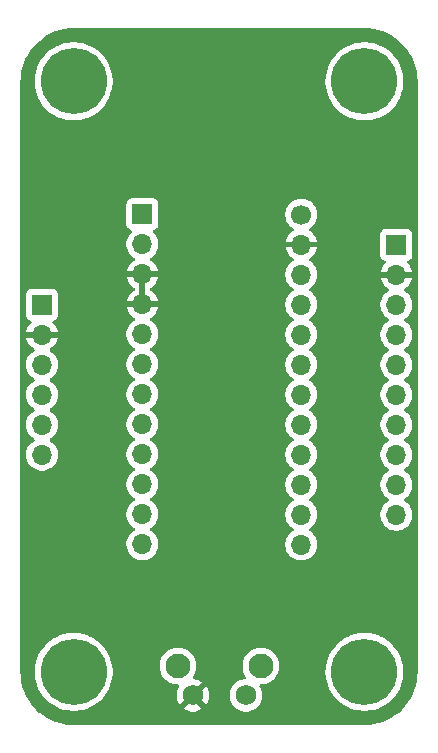
<source format=gbr>
%TF.GenerationSoftware,KiCad,Pcbnew,9.0.0*%
%TF.CreationDate,2025-06-04T23:48:02+02:00*%
%TF.ProjectId,uv_controler,75765f63-6f6e-4747-926f-6c65722e6b69,rev?*%
%TF.SameCoordinates,Original*%
%TF.FileFunction,Copper,L2,Bot*%
%TF.FilePolarity,Positive*%
%FSLAX46Y46*%
G04 Gerber Fmt 4.6, Leading zero omitted, Abs format (unit mm)*
G04 Created by KiCad (PCBNEW 9.0.0) date 2025-06-04 23:48:02*
%MOMM*%
%LPD*%
G01*
G04 APERTURE LIST*
%TA.AperFunction,ComponentPad*%
%ADD10O,1.700000X1.700000*%
%TD*%
%TA.AperFunction,ComponentPad*%
%ADD11R,1.700000X1.700000*%
%TD*%
%TA.AperFunction,ComponentPad*%
%ADD12C,5.600000*%
%TD*%
%TA.AperFunction,ComponentPad*%
%ADD13C,1.750000*%
%TD*%
%TA.AperFunction,ComponentPad*%
%ADD14C,2.100000*%
%TD*%
%TA.AperFunction,ComponentPad*%
%ADD15C,1.700000*%
%TD*%
G04 APERTURE END LIST*
D10*
%TO.P,J2,10,Pin_10*%
%TO.N,Net-(J2-Pin_10)*%
X129185534Y-98697500D03*
%TO.P,J2,9,Pin_9*%
%TO.N,/UTIL_M*%
X129185534Y-96157500D03*
%TO.P,J2,8,Pin_8*%
%TO.N,/LIGHTS_TOGGLE_M*%
X129185534Y-93617500D03*
%TO.P,J2,7,Pin_7*%
%TO.N,/SPEED_TOGGLE_M*%
X129185534Y-91077500D03*
%TO.P,J2,6,Pin_6*%
%TO.N,/CAM_DOWN_M*%
X129185534Y-88537500D03*
%TO.P,J2,5,Pin_5*%
%TO.N,/CAM_UP_M*%
X129185534Y-85997500D03*
%TO.P,J2,4,Pin_4*%
%TO.N,/DOWN_M*%
X129185534Y-83457500D03*
%TO.P,J2,3,Pin_3*%
%TO.N,/UP_M*%
X129185534Y-80917500D03*
%TO.P,J2,2,Pin_2*%
%TO.N,GND*%
X129185534Y-78377500D03*
D11*
%TO.P,J2,1,Pin_1*%
%TO.N,+5V*%
X129185534Y-75837500D03*
%TD*%
D10*
%TO.P,J1,6,Pin_6*%
%TO.N,/JOY_LEFT_M*%
X99185534Y-93612500D03*
%TO.P,J1,5,Pin_5*%
%TO.N,/JOY_BACKWARD_M*%
X99185534Y-91072500D03*
%TO.P,J1,4,Pin_4*%
%TO.N,/JOY_RIGHT_M*%
X99185534Y-88532500D03*
%TO.P,J1,3,Pin_3*%
%TO.N,/JOY_FORWARD_M*%
X99185534Y-85992500D03*
%TO.P,J1,2,Pin_2*%
%TO.N,GND*%
X99185534Y-83452500D03*
D11*
%TO.P,J1,1,Pin_1*%
%TO.N,+5V*%
X99185534Y-80912500D03*
%TD*%
D12*
%TO.P,REF\u002A\u002A,1*%
%TO.N,N/C*%
X126485534Y-62000000D03*
%TD*%
D13*
%TO.P,SW1,2,2*%
%TO.N,GND*%
X111960534Y-113990000D03*
%TO.P,SW1,1,1*%
%TO.N,Net-(U1-RST)*%
X116460534Y-113990000D03*
D14*
%TO.P,SW1,*%
%TO.N,*%
X110700534Y-111500000D03*
X117710534Y-111500000D03*
%TD*%
D12*
%TO.P,REF\u002A\u002A,1*%
%TO.N,N/C*%
X126485534Y-112000000D03*
%TD*%
%TO.P,REF\u002A\u002A,1*%
%TO.N,N/C*%
X101860534Y-112000000D03*
%TD*%
%TO.P,REF\u002A\u002A,1*%
%TO.N,N/C*%
X101860534Y-62000000D03*
%TD*%
D10*
%TO.P,U1,24,10/A10*%
%TO.N,Net-(J2-Pin_10)*%
X121135534Y-101215000D03*
%TO.P,U1,23,9/A9*%
%TO.N,unconnected-(U1-9{slash}A9-Pad23)*%
X107685534Y-101190000D03*
%TO.P,U1,22,16/MOSI*%
%TO.N,/UTIL_M*%
X121135534Y-98675000D03*
%TO.P,U1,21,8/A8*%
%TO.N,unconnected-(U1-8{slash}A8-Pad21)*%
X107685534Y-98650000D03*
%TO.P,U1,20,14/MISO*%
%TO.N,/LIGHTS_TOGGLE_M*%
X121135534Y-96135000D03*
%TO.P,U1,19,7*%
%TO.N,unconnected-(U1-7-Pad19)*%
X107685534Y-96110000D03*
%TO.P,U1,18,15/SCLK*%
%TO.N,/SPEED_TOGGLE_M*%
X121135534Y-93595000D03*
%TO.P,U1,17,6/A7*%
%TO.N,unconnected-(U1-6{slash}A7-Pad17)*%
X107685534Y-93570000D03*
%TO.P,U1,16,18/A0*%
%TO.N,/CAM_DOWN_M*%
X121135534Y-91055000D03*
%TO.P,U1,15,5*%
%TO.N,/JOY_LEFT_M*%
X107685534Y-91030000D03*
%TO.P,U1,14,19/A1*%
%TO.N,/CAM_UP_M*%
X121135534Y-88515000D03*
%TO.P,U1,13,4/A6*%
%TO.N,/JOY_BACKWARD_M*%
X107685534Y-88490000D03*
%TO.P,U1,12,20/A2*%
%TO.N,/DOWN_M*%
X121135534Y-85975000D03*
%TO.P,U1,11,3/SCL*%
%TO.N,/JOY_RIGHT_M*%
X107685534Y-85950000D03*
%TO.P,U1,10,21/A3*%
%TO.N,/UP_M*%
X121135534Y-83435000D03*
%TO.P,U1,9,2/SDA*%
%TO.N,/JOY_FORWARD_M*%
X107685534Y-83410000D03*
%TO.P,U1,8,VCC*%
%TO.N,unconnected-(U1-VCC-Pad8)*%
X121135534Y-80895000D03*
%TO.P,U1,7,GND*%
%TO.N,GND*%
X107685534Y-80870000D03*
%TO.P,U1,6,RST*%
%TO.N,Net-(U1-RST)*%
X121135534Y-78355000D03*
%TO.P,U1,5,GND*%
%TO.N,GND*%
X107685534Y-78330000D03*
%TO.P,U1,4,GND*%
X121135534Y-75815000D03*
%TO.P,U1,3,0/RX*%
%TO.N,unconnected-(U1-0{slash}RX-Pad3)*%
X107685534Y-75790000D03*
D15*
%TO.P,U1,2,RAW*%
%TO.N,+5V*%
X121135534Y-73275000D03*
D11*
%TO.P,U1,1,1/TX*%
%TO.N,unconnected-(U1-1{slash}TX-Pad1)*%
X107685534Y-73250000D03*
%TD*%
%TA.AperFunction,Conductor*%
%TO.N,GND*%
G36*
X107935534Y-80436988D02*
G01*
X107878527Y-80404075D01*
X107751360Y-80370000D01*
X107619708Y-80370000D01*
X107492541Y-80404075D01*
X107435534Y-80436988D01*
X107435534Y-78763012D01*
X107492541Y-78795925D01*
X107619708Y-78830000D01*
X107751360Y-78830000D01*
X107878527Y-78795925D01*
X107935534Y-78763012D01*
X107935534Y-80436988D01*
G37*
%TD.AperFunction*%
%TA.AperFunction,Conductor*%
G36*
X126488233Y-57500618D02*
G01*
X126872299Y-57517388D01*
X126883041Y-57518328D01*
X127261504Y-57568156D01*
X127272131Y-57570029D01*
X127644819Y-57652654D01*
X127655246Y-57655448D01*
X128019311Y-57770237D01*
X128029446Y-57773926D01*
X128382118Y-57920008D01*
X128391910Y-57924574D01*
X128730403Y-58100782D01*
X128730484Y-58100824D01*
X128739851Y-58106231D01*
X129061720Y-58311284D01*
X129061788Y-58311327D01*
X129070649Y-58317532D01*
X129373471Y-58549893D01*
X129381758Y-58556846D01*
X129663186Y-58814724D01*
X129670835Y-58822373D01*
X129928716Y-59103798D01*
X129935666Y-59112081D01*
X130168042Y-59414912D01*
X130174239Y-59423763D01*
X130379332Y-59745688D01*
X130384741Y-59755056D01*
X130561003Y-60093641D01*
X130565563Y-60103419D01*
X130700494Y-60429160D01*
X130711647Y-60456084D01*
X130715346Y-60466248D01*
X130830133Y-60830283D01*
X130832933Y-60840733D01*
X130915555Y-61213389D01*
X130917434Y-61224042D01*
X130967263Y-61602483D01*
X130968206Y-61613259D01*
X130984915Y-61995815D01*
X130985033Y-62001170D01*
X130985034Y-62002696D01*
X130985035Y-62065902D01*
X130985062Y-62066006D01*
X130985066Y-62074058D01*
X130985063Y-62074067D01*
X130985066Y-62074114D01*
X130985034Y-111934107D01*
X130985034Y-111997293D01*
X130984916Y-112002702D01*
X130968148Y-112386748D01*
X130967205Y-112397525D01*
X130917383Y-112775951D01*
X130915505Y-112786604D01*
X130832888Y-113159265D01*
X130830088Y-113169714D01*
X130715307Y-113533747D01*
X130711607Y-113543912D01*
X130565535Y-113896558D01*
X130560963Y-113906362D01*
X130384715Y-114244929D01*
X130379306Y-114254298D01*
X130174213Y-114576225D01*
X130168008Y-114585086D01*
X129935648Y-114887900D01*
X129928695Y-114896187D01*
X129670817Y-115177608D01*
X129663168Y-115185257D01*
X129381743Y-115443133D01*
X129373455Y-115450087D01*
X129070633Y-115682446D01*
X129061772Y-115688650D01*
X128739853Y-115893732D01*
X128730485Y-115899141D01*
X128391900Y-116075392D01*
X128382096Y-116079963D01*
X128029456Y-116226029D01*
X128019290Y-116229729D01*
X127655257Y-116344502D01*
X127644808Y-116347302D01*
X127272149Y-116429915D01*
X127261496Y-116431793D01*
X126883067Y-116481609D01*
X126872290Y-116482552D01*
X126486733Y-116499381D01*
X126481328Y-116499499D01*
X126449713Y-116499499D01*
X126419649Y-116499499D01*
X126419645Y-116499499D01*
X126412041Y-116499500D01*
X126412040Y-116499499D01*
X126412039Y-116499500D01*
X101934033Y-116499500D01*
X101934017Y-116499499D01*
X101863235Y-116499499D01*
X101857827Y-116499381D01*
X101473781Y-116482617D01*
X101463005Y-116481674D01*
X101273789Y-116456764D01*
X101084575Y-116431854D01*
X101073922Y-116429976D01*
X100701263Y-116347360D01*
X100690814Y-116344560D01*
X100326782Y-116229782D01*
X100316616Y-116226082D01*
X99963967Y-116080010D01*
X99954163Y-116075438D01*
X99615596Y-115899191D01*
X99606227Y-115893782D01*
X99604638Y-115892770D01*
X99488898Y-115819034D01*
X99284307Y-115688694D01*
X99275446Y-115682490D01*
X98972617Y-115450120D01*
X98964330Y-115443166D01*
X98682915Y-115185293D01*
X98675266Y-115177644D01*
X98417391Y-114896220D01*
X98410437Y-114887932D01*
X98410412Y-114887900D01*
X98274415Y-114710660D01*
X98178076Y-114585106D01*
X98171872Y-114576245D01*
X97966788Y-114254322D01*
X97961379Y-114244953D01*
X97947951Y-114219158D01*
X97817455Y-113968467D01*
X97785137Y-113906383D01*
X97780565Y-113896579D01*
X97634494Y-113543921D01*
X97630795Y-113533756D01*
X97592675Y-113412849D01*
X97516019Y-113169714D01*
X97513223Y-113159278D01*
X97513220Y-113159265D01*
X97434226Y-112802913D01*
X97430614Y-112786619D01*
X97428736Y-112775966D01*
X97378921Y-112397537D01*
X97377978Y-112386760D01*
X97361151Y-112001192D01*
X97361034Y-111995805D01*
X97361036Y-111934118D01*
X97361034Y-111934110D01*
X97361034Y-111837857D01*
X98560034Y-111837857D01*
X98560034Y-112162143D01*
X98569588Y-112259152D01*
X98591818Y-112484857D01*
X98591821Y-112484874D01*
X98655079Y-112802902D01*
X98655082Y-112802913D01*
X98749220Y-113113247D01*
X98873320Y-113412849D01*
X98873322Y-113412854D01*
X99026180Y-113698830D01*
X99026191Y-113698848D01*
X99206345Y-113968467D01*
X99206355Y-113968481D01*
X99412080Y-114219158D01*
X99641375Y-114448453D01*
X99641380Y-114448457D01*
X99641381Y-114448458D01*
X99892058Y-114654183D01*
X100161692Y-114834347D01*
X100161701Y-114834352D01*
X100161703Y-114834353D01*
X100447679Y-114987211D01*
X100447681Y-114987211D01*
X100447687Y-114987215D01*
X100747288Y-115111314D01*
X101057611Y-115205449D01*
X101057617Y-115205450D01*
X101057620Y-115205451D01*
X101057631Y-115205454D01*
X101257062Y-115245122D01*
X101375666Y-115268714D01*
X101698391Y-115300500D01*
X101698394Y-115300500D01*
X102022674Y-115300500D01*
X102022677Y-115300500D01*
X102345402Y-115268714D01*
X102502829Y-115237399D01*
X102663436Y-115205454D01*
X102663447Y-115205451D01*
X102663447Y-115205450D01*
X102663457Y-115205449D01*
X102973780Y-115111314D01*
X103273381Y-114987215D01*
X103559376Y-114834347D01*
X103829010Y-114654183D01*
X104079687Y-114448458D01*
X104308992Y-114219153D01*
X104514717Y-113968476D01*
X104694881Y-113698842D01*
X104847749Y-113412847D01*
X104971848Y-113113246D01*
X105065983Y-112802923D01*
X105065985Y-112802913D01*
X105065988Y-112802902D01*
X105103363Y-112615000D01*
X105129248Y-112484868D01*
X105161034Y-112162143D01*
X105161034Y-111837857D01*
X105129248Y-111515132D01*
X105119174Y-111464488D01*
X105105809Y-111397292D01*
X105101966Y-111377973D01*
X109150034Y-111377973D01*
X109150034Y-111622026D01*
X109184218Y-111837857D01*
X109188213Y-111863076D01*
X109233580Y-112002702D01*
X109263631Y-112095187D01*
X109374430Y-112312642D01*
X109517873Y-112510076D01*
X109517877Y-112510081D01*
X109690452Y-112682656D01*
X109690457Y-112682660D01*
X109855957Y-112802902D01*
X109887895Y-112826106D01*
X110105349Y-112936904D01*
X110337458Y-113012321D01*
X110578507Y-113050500D01*
X110578508Y-113050500D01*
X110700163Y-113050500D01*
X110767202Y-113070185D01*
X110812957Y-113122989D01*
X110822901Y-113192147D01*
X110800481Y-113247386D01*
X110784528Y-113269342D01*
X110686270Y-113462182D01*
X110686269Y-113462185D01*
X110619391Y-113668018D01*
X110585534Y-113881779D01*
X110585534Y-114098220D01*
X110619391Y-114311981D01*
X110686269Y-114517814D01*
X110686270Y-114517817D01*
X110784530Y-114710660D01*
X110827363Y-114769615D01*
X110827364Y-114769616D01*
X111481653Y-114115326D01*
X111499268Y-114181063D01*
X111564436Y-114293937D01*
X111656597Y-114386098D01*
X111769471Y-114451266D01*
X111835206Y-114468880D01*
X111180916Y-115123168D01*
X111239876Y-115166005D01*
X111432716Y-115264263D01*
X111432719Y-115264264D01*
X111638552Y-115331142D01*
X111852314Y-115365000D01*
X112068754Y-115365000D01*
X112282515Y-115331142D01*
X112488348Y-115264264D01*
X112488351Y-115264263D01*
X112681190Y-115166006D01*
X112740149Y-115123168D01*
X112740150Y-115123168D01*
X112085861Y-114468880D01*
X112151597Y-114451266D01*
X112264471Y-114386098D01*
X112356632Y-114293937D01*
X112421800Y-114181063D01*
X112439413Y-114115327D01*
X113093702Y-114769616D01*
X113093702Y-114769615D01*
X113136540Y-114710656D01*
X113234797Y-114517817D01*
X113234798Y-114517814D01*
X113301676Y-114311981D01*
X113335534Y-114098220D01*
X113335534Y-113881779D01*
X113335529Y-113881746D01*
X115085034Y-113881746D01*
X115085034Y-114098253D01*
X115118904Y-114312098D01*
X115185806Y-114518006D01*
X115185807Y-114518009D01*
X115255190Y-114654178D01*
X115284101Y-114710919D01*
X115411362Y-114886078D01*
X115564456Y-115039172D01*
X115739615Y-115166433D01*
X115776630Y-115185293D01*
X115932524Y-115264726D01*
X115932527Y-115264727D01*
X116035481Y-115298178D01*
X116138437Y-115331630D01*
X116352280Y-115365500D01*
X116352281Y-115365500D01*
X116568787Y-115365500D01*
X116568788Y-115365500D01*
X116782631Y-115331630D01*
X116988543Y-115264726D01*
X117181453Y-115166433D01*
X117356612Y-115039172D01*
X117509706Y-114886078D01*
X117636967Y-114710919D01*
X117735260Y-114518009D01*
X117802164Y-114312097D01*
X117836034Y-114098254D01*
X117836034Y-113881746D01*
X117802164Y-113667903D01*
X117735260Y-113461991D01*
X117735260Y-113461990D01*
X117636966Y-113269079D01*
X117621205Y-113247387D01*
X117597724Y-113181581D01*
X117613549Y-113113527D01*
X117663653Y-113064831D01*
X117721522Y-113050500D01*
X117832560Y-113050500D01*
X117832561Y-113050500D01*
X118073610Y-113012321D01*
X118305719Y-112936904D01*
X118523173Y-112826106D01*
X118720617Y-112682655D01*
X118893189Y-112510083D01*
X119036640Y-112312639D01*
X119147438Y-112095185D01*
X119222855Y-111863076D01*
X119226849Y-111837857D01*
X123185034Y-111837857D01*
X123185034Y-112162143D01*
X123194588Y-112259152D01*
X123216818Y-112484857D01*
X123216821Y-112484874D01*
X123280079Y-112802902D01*
X123280082Y-112802913D01*
X123374220Y-113113247D01*
X123498320Y-113412849D01*
X123498322Y-113412854D01*
X123651180Y-113698830D01*
X123651191Y-113698848D01*
X123831345Y-113968467D01*
X123831355Y-113968481D01*
X124037080Y-114219158D01*
X124266375Y-114448453D01*
X124266380Y-114448457D01*
X124266381Y-114448458D01*
X124517058Y-114654183D01*
X124786692Y-114834347D01*
X124786701Y-114834352D01*
X124786703Y-114834353D01*
X125072679Y-114987211D01*
X125072681Y-114987211D01*
X125072687Y-114987215D01*
X125372288Y-115111314D01*
X125682611Y-115205449D01*
X125682617Y-115205450D01*
X125682620Y-115205451D01*
X125682631Y-115205454D01*
X125882062Y-115245122D01*
X126000666Y-115268714D01*
X126323391Y-115300500D01*
X126323394Y-115300500D01*
X126647674Y-115300500D01*
X126647677Y-115300500D01*
X126970402Y-115268714D01*
X127127829Y-115237399D01*
X127288436Y-115205454D01*
X127288447Y-115205451D01*
X127288447Y-115205450D01*
X127288457Y-115205449D01*
X127598780Y-115111314D01*
X127898381Y-114987215D01*
X128184376Y-114834347D01*
X128454010Y-114654183D01*
X128704687Y-114448458D01*
X128933992Y-114219153D01*
X129139717Y-113968476D01*
X129319881Y-113698842D01*
X129472749Y-113412847D01*
X129596848Y-113113246D01*
X129690983Y-112802923D01*
X129690985Y-112802913D01*
X129690988Y-112802902D01*
X129728363Y-112615000D01*
X129754248Y-112484868D01*
X129786034Y-112162143D01*
X129786034Y-111837857D01*
X129754248Y-111515132D01*
X129730656Y-111396528D01*
X129690988Y-111197097D01*
X129690985Y-111197086D01*
X129690984Y-111197083D01*
X129690983Y-111197077D01*
X129596848Y-110886754D01*
X129472749Y-110587153D01*
X129420778Y-110489923D01*
X129319887Y-110301169D01*
X129319886Y-110301167D01*
X129319881Y-110301158D01*
X129139717Y-110031524D01*
X128933992Y-109780847D01*
X128933991Y-109780846D01*
X128933987Y-109780841D01*
X128704692Y-109551546D01*
X128454015Y-109345821D01*
X128454014Y-109345820D01*
X128454010Y-109345817D01*
X128184376Y-109165653D01*
X128184371Y-109165650D01*
X128184364Y-109165646D01*
X127898388Y-109012788D01*
X127898383Y-109012786D01*
X127598781Y-108888686D01*
X127288447Y-108794548D01*
X127288436Y-108794545D01*
X126970408Y-108731287D01*
X126970391Y-108731284D01*
X126726346Y-108707248D01*
X126647677Y-108699500D01*
X126323391Y-108699500D01*
X126250633Y-108706666D01*
X126000676Y-108731284D01*
X126000659Y-108731287D01*
X125682631Y-108794545D01*
X125682620Y-108794548D01*
X125372286Y-108888686D01*
X125072684Y-109012786D01*
X125072679Y-109012788D01*
X124786703Y-109165646D01*
X124786685Y-109165657D01*
X124517066Y-109345811D01*
X124517052Y-109345821D01*
X124266375Y-109551546D01*
X124037080Y-109780841D01*
X123831355Y-110031518D01*
X123831345Y-110031532D01*
X123651191Y-110301151D01*
X123651180Y-110301169D01*
X123498322Y-110587145D01*
X123498320Y-110587150D01*
X123374220Y-110886752D01*
X123280082Y-111197086D01*
X123280079Y-111197097D01*
X123216821Y-111515125D01*
X123216818Y-111515142D01*
X123192200Y-111765099D01*
X123185034Y-111837857D01*
X119226849Y-111837857D01*
X119261034Y-111622027D01*
X119261034Y-111377973D01*
X119222855Y-111136924D01*
X119147438Y-110904815D01*
X119036640Y-110687361D01*
X118963829Y-110587145D01*
X118893194Y-110489923D01*
X118893190Y-110489918D01*
X118720615Y-110317343D01*
X118720610Y-110317339D01*
X118523176Y-110173896D01*
X118523175Y-110173895D01*
X118523173Y-110173894D01*
X118305719Y-110063096D01*
X118073610Y-109987679D01*
X118073608Y-109987678D01*
X118073606Y-109987678D01*
X117905303Y-109961021D01*
X117832561Y-109949500D01*
X117588507Y-109949500D01*
X117532627Y-109958350D01*
X117347461Y-109987678D01*
X117115346Y-110063097D01*
X116897891Y-110173896D01*
X116700457Y-110317339D01*
X116700452Y-110317343D01*
X116527877Y-110489918D01*
X116527873Y-110489923D01*
X116384430Y-110687357D01*
X116273631Y-110904812D01*
X116198212Y-111136927D01*
X116160034Y-111377973D01*
X116160034Y-111622026D01*
X116194218Y-111837857D01*
X116198213Y-111863076D01*
X116243580Y-112002702D01*
X116273631Y-112095187D01*
X116384430Y-112312643D01*
X116460696Y-112417615D01*
X116484176Y-112483422D01*
X116468350Y-112551475D01*
X116418244Y-112600170D01*
X116360378Y-112614500D01*
X116352280Y-112614500D01*
X116280999Y-112625790D01*
X116138435Y-112648370D01*
X115932527Y-112715272D01*
X115932524Y-112715273D01*
X115739614Y-112813567D01*
X115639679Y-112886174D01*
X115564456Y-112940828D01*
X115564454Y-112940830D01*
X115564453Y-112940830D01*
X115411364Y-113093919D01*
X115411364Y-113093920D01*
X115411362Y-113093922D01*
X115385333Y-113129748D01*
X115284101Y-113269080D01*
X115185807Y-113461990D01*
X115185806Y-113461993D01*
X115118904Y-113667901D01*
X115085034Y-113881746D01*
X113335529Y-113881746D01*
X113301676Y-113668018D01*
X113234798Y-113462185D01*
X113234797Y-113462182D01*
X113136539Y-113269342D01*
X113093702Y-113210383D01*
X113093702Y-113210382D01*
X112439413Y-113864671D01*
X112421800Y-113798937D01*
X112356632Y-113686063D01*
X112264471Y-113593902D01*
X112151597Y-113528734D01*
X112085860Y-113511119D01*
X112740150Y-112856830D01*
X112740149Y-112856829D01*
X112681194Y-112813996D01*
X112488351Y-112715736D01*
X112488348Y-112715735D01*
X112282515Y-112648857D01*
X112068754Y-112615000D01*
X112050326Y-112615000D01*
X111983287Y-112595315D01*
X111937532Y-112542511D01*
X111927588Y-112473353D01*
X111950008Y-112418115D01*
X111980843Y-112375673D01*
X112026640Y-112312639D01*
X112137438Y-112095185D01*
X112212855Y-111863076D01*
X112251034Y-111622027D01*
X112251034Y-111377973D01*
X112212855Y-111136924D01*
X112137438Y-110904815D01*
X112026640Y-110687361D01*
X111953829Y-110587145D01*
X111883194Y-110489923D01*
X111883190Y-110489918D01*
X111710615Y-110317343D01*
X111710610Y-110317339D01*
X111513176Y-110173896D01*
X111513175Y-110173895D01*
X111513173Y-110173894D01*
X111295719Y-110063096D01*
X111063610Y-109987679D01*
X111063608Y-109987678D01*
X111063606Y-109987678D01*
X110895303Y-109961021D01*
X110822561Y-109949500D01*
X110578507Y-109949500D01*
X110522627Y-109958350D01*
X110337461Y-109987678D01*
X110105346Y-110063097D01*
X109887891Y-110173896D01*
X109690457Y-110317339D01*
X109690452Y-110317343D01*
X109517877Y-110489918D01*
X109517873Y-110489923D01*
X109374430Y-110687357D01*
X109263631Y-110904812D01*
X109188212Y-111136927D01*
X109150034Y-111377973D01*
X105101966Y-111377973D01*
X105065988Y-111197097D01*
X105065985Y-111197086D01*
X105065984Y-111197083D01*
X105065983Y-111197077D01*
X104971848Y-110886754D01*
X104847749Y-110587153D01*
X104795778Y-110489923D01*
X104694887Y-110301169D01*
X104694886Y-110301167D01*
X104694881Y-110301158D01*
X104514717Y-110031524D01*
X104308992Y-109780847D01*
X104308991Y-109780846D01*
X104308987Y-109780841D01*
X104079692Y-109551546D01*
X103829015Y-109345821D01*
X103829014Y-109345820D01*
X103829010Y-109345817D01*
X103559376Y-109165653D01*
X103559371Y-109165650D01*
X103559364Y-109165646D01*
X103273388Y-109012788D01*
X103273383Y-109012786D01*
X102973781Y-108888686D01*
X102663447Y-108794548D01*
X102663436Y-108794545D01*
X102345408Y-108731287D01*
X102345391Y-108731284D01*
X102101346Y-108707248D01*
X102022677Y-108699500D01*
X101698391Y-108699500D01*
X101625633Y-108706666D01*
X101375676Y-108731284D01*
X101375659Y-108731287D01*
X101057631Y-108794545D01*
X101057620Y-108794548D01*
X100747286Y-108888686D01*
X100447684Y-109012786D01*
X100447679Y-109012788D01*
X100161703Y-109165646D01*
X100161685Y-109165657D01*
X99892066Y-109345811D01*
X99892052Y-109345821D01*
X99641375Y-109551546D01*
X99412080Y-109780841D01*
X99206355Y-110031518D01*
X99206345Y-110031532D01*
X99026191Y-110301151D01*
X99026180Y-110301169D01*
X98873322Y-110587145D01*
X98873320Y-110587150D01*
X98749220Y-110886752D01*
X98655082Y-111197086D01*
X98655079Y-111197097D01*
X98591821Y-111515125D01*
X98591818Y-111515142D01*
X98567200Y-111765099D01*
X98560034Y-111837857D01*
X97361034Y-111837857D01*
X97361034Y-80014635D01*
X97835034Y-80014635D01*
X97835034Y-81810370D01*
X97835035Y-81810376D01*
X97841442Y-81869983D01*
X97891736Y-82004828D01*
X97891740Y-82004835D01*
X97977986Y-82120044D01*
X97977989Y-82120047D01*
X98093198Y-82206293D01*
X98093205Y-82206297D01*
X98150086Y-82227512D01*
X98225132Y-82255502D01*
X98281065Y-82297373D01*
X98305483Y-82362837D01*
X98290632Y-82431110D01*
X98269481Y-82459365D01*
X98155805Y-82573041D01*
X98030913Y-82744942D01*
X97934438Y-82934282D01*
X97868776Y-83136370D01*
X97868776Y-83136373D01*
X97858303Y-83202500D01*
X98752522Y-83202500D01*
X98719609Y-83259507D01*
X98685534Y-83386674D01*
X98685534Y-83518326D01*
X98719609Y-83645493D01*
X98752522Y-83702500D01*
X97858303Y-83702500D01*
X97868776Y-83768626D01*
X97868776Y-83768629D01*
X97934438Y-83970717D01*
X98030913Y-84160057D01*
X98155806Y-84331959D01*
X98155810Y-84331964D01*
X98306069Y-84482223D01*
X98306074Y-84482227D01*
X98477978Y-84607122D01*
X98487029Y-84611734D01*
X98537826Y-84659708D01*
X98554621Y-84727529D01*
X98532084Y-84793664D01*
X98487033Y-84832702D01*
X98477716Y-84837449D01*
X98305747Y-84962390D01*
X98155424Y-85112713D01*
X98030485Y-85284679D01*
X97933978Y-85474085D01*
X97868287Y-85676260D01*
X97835034Y-85886213D01*
X97835034Y-86098786D01*
X97865515Y-86291239D01*
X97868288Y-86308743D01*
X97920168Y-86468414D01*
X97933978Y-86510914D01*
X98030485Y-86700320D01*
X98155424Y-86872286D01*
X98305747Y-87022609D01*
X98477716Y-87147550D01*
X98486480Y-87152016D01*
X98537276Y-87199991D01*
X98554070Y-87267812D01*
X98531532Y-87333947D01*
X98486480Y-87372984D01*
X98477716Y-87377449D01*
X98305747Y-87502390D01*
X98155424Y-87652713D01*
X98030485Y-87824679D01*
X97933978Y-88014085D01*
X97868287Y-88216260D01*
X97835034Y-88426213D01*
X97835034Y-88638786D01*
X97865515Y-88831239D01*
X97868288Y-88848743D01*
X97920168Y-89008414D01*
X97933978Y-89050914D01*
X98030485Y-89240320D01*
X98155424Y-89412286D01*
X98305747Y-89562609D01*
X98477716Y-89687550D01*
X98486480Y-89692016D01*
X98537276Y-89739991D01*
X98554070Y-89807812D01*
X98531532Y-89873947D01*
X98486480Y-89912984D01*
X98477716Y-89917449D01*
X98305747Y-90042390D01*
X98155424Y-90192713D01*
X98030485Y-90364679D01*
X97933978Y-90554085D01*
X97868287Y-90756260D01*
X97835034Y-90966213D01*
X97835034Y-91178786D01*
X97865515Y-91371239D01*
X97868288Y-91388743D01*
X97920168Y-91548414D01*
X97933978Y-91590914D01*
X98030485Y-91780320D01*
X98155424Y-91952286D01*
X98305747Y-92102609D01*
X98477716Y-92227550D01*
X98486480Y-92232016D01*
X98537276Y-92279991D01*
X98554070Y-92347812D01*
X98531532Y-92413947D01*
X98486480Y-92452984D01*
X98477716Y-92457449D01*
X98305747Y-92582390D01*
X98155424Y-92732713D01*
X98030485Y-92904679D01*
X97933978Y-93094085D01*
X97868287Y-93296260D01*
X97835034Y-93506213D01*
X97835034Y-93718786D01*
X97865515Y-93911239D01*
X97868288Y-93928743D01*
X97920168Y-94088414D01*
X97933978Y-94130914D01*
X98030485Y-94320320D01*
X98155424Y-94492286D01*
X98305747Y-94642609D01*
X98477713Y-94767548D01*
X98477715Y-94767549D01*
X98477718Y-94767551D01*
X98667122Y-94864057D01*
X98869291Y-94929746D01*
X99079247Y-94963000D01*
X99079248Y-94963000D01*
X99291820Y-94963000D01*
X99291821Y-94963000D01*
X99501777Y-94929746D01*
X99703946Y-94864057D01*
X99893350Y-94767551D01*
X99951851Y-94725048D01*
X100065320Y-94642609D01*
X100065322Y-94642606D01*
X100065326Y-94642604D01*
X100215638Y-94492292D01*
X100215640Y-94492288D01*
X100215643Y-94492286D01*
X100340582Y-94320320D01*
X100340581Y-94320320D01*
X100340585Y-94320316D01*
X100437091Y-94130912D01*
X100502780Y-93928743D01*
X100536034Y-93718787D01*
X100536034Y-93506213D01*
X100502780Y-93296257D01*
X100437091Y-93094088D01*
X100340585Y-92904684D01*
X100340583Y-92904681D01*
X100340582Y-92904679D01*
X100215643Y-92732713D01*
X100065320Y-92582390D01*
X99893354Y-92457451D01*
X99892649Y-92457091D01*
X99884588Y-92452985D01*
X99833793Y-92405012D01*
X99816997Y-92337192D01*
X99839533Y-92271056D01*
X99884588Y-92232015D01*
X99893350Y-92227551D01*
X99951851Y-92185048D01*
X100065320Y-92102609D01*
X100065322Y-92102606D01*
X100065326Y-92102604D01*
X100215638Y-91952292D01*
X100215640Y-91952288D01*
X100215643Y-91952286D01*
X100340582Y-91780320D01*
X100340581Y-91780320D01*
X100340585Y-91780316D01*
X100437091Y-91590912D01*
X100502780Y-91388743D01*
X100536034Y-91178787D01*
X100536034Y-90966213D01*
X100502780Y-90756257D01*
X100437091Y-90554088D01*
X100340585Y-90364684D01*
X100340583Y-90364681D01*
X100340582Y-90364679D01*
X100215643Y-90192713D01*
X100065320Y-90042390D01*
X99893354Y-89917451D01*
X99892649Y-89917091D01*
X99884588Y-89912985D01*
X99833793Y-89865012D01*
X99816997Y-89797192D01*
X99839533Y-89731056D01*
X99884588Y-89692015D01*
X99893350Y-89687551D01*
X99951851Y-89645048D01*
X100065320Y-89562609D01*
X100065322Y-89562606D01*
X100065326Y-89562604D01*
X100215638Y-89412292D01*
X100215640Y-89412288D01*
X100215643Y-89412286D01*
X100340582Y-89240320D01*
X100340581Y-89240320D01*
X100340585Y-89240316D01*
X100437091Y-89050912D01*
X100502780Y-88848743D01*
X100536034Y-88638787D01*
X100536034Y-88426213D01*
X100502780Y-88216257D01*
X100437091Y-88014088D01*
X100340585Y-87824684D01*
X100340583Y-87824681D01*
X100340582Y-87824679D01*
X100215643Y-87652713D01*
X100065320Y-87502390D01*
X99893354Y-87377451D01*
X99892649Y-87377091D01*
X99884588Y-87372985D01*
X99833793Y-87325012D01*
X99816997Y-87257192D01*
X99839533Y-87191056D01*
X99884588Y-87152015D01*
X99893350Y-87147551D01*
X99951851Y-87105048D01*
X100065320Y-87022609D01*
X100065322Y-87022606D01*
X100065326Y-87022604D01*
X100215638Y-86872292D01*
X100215640Y-86872288D01*
X100215643Y-86872286D01*
X100340582Y-86700320D01*
X100340581Y-86700320D01*
X100340585Y-86700316D01*
X100437091Y-86510912D01*
X100502780Y-86308743D01*
X100536034Y-86098787D01*
X100536034Y-85886213D01*
X100502780Y-85676257D01*
X100437091Y-85474088D01*
X100340585Y-85284684D01*
X100340583Y-85284681D01*
X100340582Y-85284679D01*
X100215643Y-85112713D01*
X100065320Y-84962390D01*
X99893351Y-84837449D01*
X99884038Y-84832704D01*
X99833241Y-84784730D01*
X99816446Y-84716909D01*
X99838983Y-84650774D01*
X99884041Y-84611732D01*
X99893092Y-84607120D01*
X100064993Y-84482227D01*
X100064998Y-84482223D01*
X100215257Y-84331964D01*
X100215261Y-84331959D01*
X100340154Y-84160057D01*
X100436629Y-83970717D01*
X100502291Y-83768629D01*
X100502291Y-83768626D01*
X100512765Y-83702500D01*
X99618546Y-83702500D01*
X99651459Y-83645493D01*
X99685534Y-83518326D01*
X99685534Y-83386674D01*
X99651459Y-83259507D01*
X99618546Y-83202500D01*
X100512765Y-83202500D01*
X100502291Y-83136373D01*
X100502291Y-83136370D01*
X100436629Y-82934282D01*
X100340154Y-82744942D01*
X100215261Y-82573040D01*
X100215257Y-82573035D01*
X100101587Y-82459365D01*
X100068102Y-82398042D01*
X100073086Y-82328350D01*
X100114958Y-82272417D01*
X100145934Y-82255502D01*
X100277865Y-82206296D01*
X100393080Y-82120046D01*
X100479330Y-82004831D01*
X100529625Y-81869983D01*
X100536034Y-81810373D01*
X100536033Y-80014628D01*
X100529625Y-79955017D01*
X100486829Y-79840276D01*
X100479331Y-79820171D01*
X100479327Y-79820164D01*
X100393081Y-79704955D01*
X100393078Y-79704952D01*
X100277869Y-79618706D01*
X100277862Y-79618702D01*
X100143016Y-79568408D01*
X100143017Y-79568408D01*
X100083417Y-79562001D01*
X100083415Y-79562000D01*
X100083407Y-79562000D01*
X100083398Y-79562000D01*
X98287663Y-79562000D01*
X98287657Y-79562001D01*
X98228050Y-79568408D01*
X98093205Y-79618702D01*
X98093198Y-79618706D01*
X97977989Y-79704952D01*
X97977986Y-79704955D01*
X97891740Y-79820164D01*
X97891736Y-79820171D01*
X97841442Y-79955017D01*
X97835035Y-80014616D01*
X97835035Y-80014623D01*
X97835034Y-80014635D01*
X97361034Y-80014635D01*
X97361034Y-72352135D01*
X106335034Y-72352135D01*
X106335034Y-74147870D01*
X106335035Y-74147876D01*
X106341442Y-74207483D01*
X106391736Y-74342328D01*
X106391740Y-74342335D01*
X106477986Y-74457544D01*
X106477989Y-74457547D01*
X106593198Y-74543793D01*
X106593205Y-74543797D01*
X106724616Y-74592810D01*
X106780550Y-74634681D01*
X106804967Y-74700145D01*
X106790116Y-74768418D01*
X106768965Y-74796673D01*
X106655423Y-74910215D01*
X106530485Y-75082179D01*
X106433978Y-75271585D01*
X106368287Y-75473760D01*
X106335034Y-75683713D01*
X106335034Y-75896286D01*
X106368287Y-76106239D01*
X106433978Y-76308414D01*
X106530485Y-76497820D01*
X106655424Y-76669786D01*
X106805747Y-76820109D01*
X106977713Y-76945048D01*
X106977715Y-76945049D01*
X106977718Y-76945051D01*
X106987027Y-76949794D01*
X107037824Y-76997766D01*
X107054621Y-77065587D01*
X107032086Y-77131722D01*
X106987036Y-77170762D01*
X106977977Y-77175378D01*
X106806074Y-77300272D01*
X106806069Y-77300276D01*
X106655810Y-77450535D01*
X106655806Y-77450540D01*
X106530913Y-77622442D01*
X106434438Y-77811782D01*
X106368776Y-78013870D01*
X106368776Y-78013873D01*
X106358303Y-78080000D01*
X107252522Y-78080000D01*
X107219609Y-78137007D01*
X107185534Y-78264174D01*
X107185534Y-78395826D01*
X107219609Y-78522993D01*
X107252522Y-78580000D01*
X106358303Y-78580000D01*
X106368776Y-78646126D01*
X106368776Y-78646129D01*
X106434438Y-78848217D01*
X106530913Y-79037557D01*
X106655806Y-79209459D01*
X106655810Y-79209464D01*
X106806069Y-79359723D01*
X106806074Y-79359727D01*
X106977978Y-79484622D01*
X106987582Y-79489516D01*
X107038378Y-79537491D01*
X107055172Y-79605312D01*
X107032634Y-79671447D01*
X106987582Y-79710484D01*
X106977978Y-79715377D01*
X106806074Y-79840272D01*
X106806069Y-79840276D01*
X106655810Y-79990535D01*
X106655806Y-79990540D01*
X106530913Y-80162442D01*
X106434438Y-80351782D01*
X106368776Y-80553870D01*
X106368776Y-80553873D01*
X106358303Y-80620000D01*
X107252522Y-80620000D01*
X107219609Y-80677007D01*
X107185534Y-80804174D01*
X107185534Y-80935826D01*
X107219609Y-81062993D01*
X107252522Y-81120000D01*
X106358303Y-81120000D01*
X106368776Y-81186126D01*
X106368776Y-81186129D01*
X106434438Y-81388217D01*
X106530913Y-81577557D01*
X106655806Y-81749459D01*
X106655810Y-81749464D01*
X106806069Y-81899723D01*
X106806074Y-81899727D01*
X106977978Y-82024622D01*
X106987029Y-82029234D01*
X107037826Y-82077208D01*
X107054621Y-82145029D01*
X107032084Y-82211164D01*
X106987033Y-82250202D01*
X106977716Y-82254949D01*
X106805747Y-82379890D01*
X106655424Y-82530213D01*
X106530485Y-82702179D01*
X106433978Y-82891585D01*
X106368287Y-83093760D01*
X106335034Y-83303713D01*
X106335034Y-83516287D01*
X106368288Y-83726243D01*
X106383720Y-83773739D01*
X106433978Y-83928414D01*
X106530485Y-84117820D01*
X106655424Y-84289786D01*
X106805747Y-84440109D01*
X106977716Y-84565050D01*
X106986480Y-84569516D01*
X107037276Y-84617491D01*
X107054070Y-84685312D01*
X107031532Y-84751447D01*
X106986480Y-84790484D01*
X106977716Y-84794949D01*
X106805747Y-84919890D01*
X106655424Y-85070213D01*
X106530485Y-85242179D01*
X106433978Y-85431585D01*
X106368287Y-85633760D01*
X106360764Y-85681260D01*
X106335034Y-85843713D01*
X106335034Y-86056287D01*
X106368288Y-86266243D01*
X106383720Y-86313739D01*
X106433978Y-86468414D01*
X106530485Y-86657820D01*
X106655424Y-86829786D01*
X106805747Y-86980109D01*
X106977716Y-87105050D01*
X106986480Y-87109516D01*
X107037276Y-87157491D01*
X107054070Y-87225312D01*
X107031532Y-87291447D01*
X106986480Y-87330484D01*
X106977716Y-87334949D01*
X106805747Y-87459890D01*
X106655424Y-87610213D01*
X106530485Y-87782179D01*
X106433978Y-87971585D01*
X106368287Y-88173760D01*
X106360764Y-88221260D01*
X106335034Y-88383713D01*
X106335034Y-88596287D01*
X106368288Y-88806243D01*
X106383720Y-88853739D01*
X106433978Y-89008414D01*
X106530485Y-89197820D01*
X106655424Y-89369786D01*
X106805747Y-89520109D01*
X106977716Y-89645050D01*
X106986480Y-89649516D01*
X107037276Y-89697491D01*
X107054070Y-89765312D01*
X107031532Y-89831447D01*
X106986480Y-89870484D01*
X106977716Y-89874949D01*
X106805747Y-89999890D01*
X106655424Y-90150213D01*
X106530485Y-90322179D01*
X106433978Y-90511585D01*
X106368287Y-90713760D01*
X106360764Y-90761260D01*
X106335034Y-90923713D01*
X106335034Y-91136287D01*
X106368288Y-91346243D01*
X106383720Y-91393739D01*
X106433978Y-91548414D01*
X106530485Y-91737820D01*
X106655424Y-91909786D01*
X106805747Y-92060109D01*
X106977716Y-92185050D01*
X106986480Y-92189516D01*
X107037276Y-92237491D01*
X107054070Y-92305312D01*
X107031532Y-92371447D01*
X106986480Y-92410484D01*
X106977716Y-92414949D01*
X106805747Y-92539890D01*
X106655424Y-92690213D01*
X106530485Y-92862179D01*
X106433978Y-93051585D01*
X106368287Y-93253760D01*
X106360764Y-93301260D01*
X106335034Y-93463713D01*
X106335034Y-93676287D01*
X106368288Y-93886243D01*
X106383720Y-93933739D01*
X106433978Y-94088414D01*
X106530485Y-94277820D01*
X106655424Y-94449786D01*
X106805747Y-94600109D01*
X106977716Y-94725050D01*
X106986480Y-94729516D01*
X107037276Y-94777491D01*
X107054070Y-94845312D01*
X107031532Y-94911447D01*
X106986480Y-94950484D01*
X106977716Y-94954949D01*
X106805747Y-95079890D01*
X106655424Y-95230213D01*
X106530485Y-95402179D01*
X106433978Y-95591585D01*
X106368287Y-95793760D01*
X106360764Y-95841260D01*
X106335034Y-96003713D01*
X106335034Y-96216287D01*
X106368288Y-96426243D01*
X106383720Y-96473739D01*
X106433978Y-96628414D01*
X106530485Y-96817820D01*
X106655424Y-96989786D01*
X106805747Y-97140109D01*
X106977716Y-97265050D01*
X106986480Y-97269516D01*
X107037276Y-97317491D01*
X107054070Y-97385312D01*
X107031532Y-97451447D01*
X106986480Y-97490484D01*
X106977716Y-97494949D01*
X106805747Y-97619890D01*
X106655424Y-97770213D01*
X106530485Y-97942179D01*
X106433978Y-98131585D01*
X106368287Y-98333760D01*
X106360764Y-98381260D01*
X106335034Y-98543713D01*
X106335034Y-98756287D01*
X106368288Y-98966243D01*
X106383720Y-99013739D01*
X106433978Y-99168414D01*
X106530485Y-99357820D01*
X106655424Y-99529786D01*
X106805747Y-99680109D01*
X106977716Y-99805050D01*
X106986480Y-99809516D01*
X107037276Y-99857491D01*
X107054070Y-99925312D01*
X107031532Y-99991447D01*
X106986480Y-100030484D01*
X106977716Y-100034949D01*
X106805747Y-100159890D01*
X106655424Y-100310213D01*
X106530485Y-100482179D01*
X106433978Y-100671585D01*
X106368287Y-100873760D01*
X106335034Y-101083713D01*
X106335034Y-101296287D01*
X106338994Y-101321287D01*
X106368287Y-101506239D01*
X106433978Y-101708414D01*
X106530485Y-101897820D01*
X106655424Y-102069786D01*
X106805747Y-102220109D01*
X106977713Y-102345048D01*
X106977715Y-102345049D01*
X106977718Y-102345051D01*
X107167122Y-102441557D01*
X107369291Y-102507246D01*
X107579247Y-102540500D01*
X107579248Y-102540500D01*
X107791820Y-102540500D01*
X107791821Y-102540500D01*
X108001777Y-102507246D01*
X108203946Y-102441557D01*
X108393350Y-102345051D01*
X108415323Y-102329086D01*
X108565320Y-102220109D01*
X108565322Y-102220106D01*
X108565326Y-102220104D01*
X108715638Y-102069792D01*
X108715640Y-102069788D01*
X108715643Y-102069786D01*
X108840582Y-101897820D01*
X108840581Y-101897820D01*
X108840585Y-101897816D01*
X108937091Y-101708412D01*
X109002780Y-101506243D01*
X109036034Y-101296287D01*
X109036034Y-101083713D01*
X109002780Y-100873757D01*
X108937091Y-100671588D01*
X108840585Y-100482184D01*
X108840583Y-100482181D01*
X108840582Y-100482179D01*
X108715643Y-100310213D01*
X108565320Y-100159890D01*
X108393354Y-100034951D01*
X108392649Y-100034591D01*
X108384588Y-100030485D01*
X108333793Y-99982512D01*
X108316997Y-99914692D01*
X108339533Y-99848556D01*
X108384588Y-99809515D01*
X108393350Y-99805051D01*
X108499941Y-99727609D01*
X108565320Y-99680109D01*
X108565322Y-99680106D01*
X108565326Y-99680104D01*
X108715638Y-99529792D01*
X108715640Y-99529788D01*
X108715643Y-99529786D01*
X108840582Y-99357820D01*
X108840581Y-99357820D01*
X108840585Y-99357816D01*
X108937091Y-99168412D01*
X109002780Y-98966243D01*
X109036034Y-98756287D01*
X109036034Y-98543713D01*
X109002780Y-98333757D01*
X108937091Y-98131588D01*
X108840585Y-97942184D01*
X108840583Y-97942181D01*
X108840582Y-97942179D01*
X108715643Y-97770213D01*
X108565320Y-97619890D01*
X108393354Y-97494951D01*
X108392649Y-97494591D01*
X108384588Y-97490485D01*
X108333793Y-97442512D01*
X108316997Y-97374692D01*
X108339533Y-97308556D01*
X108384588Y-97269515D01*
X108393350Y-97265051D01*
X108499941Y-97187609D01*
X108565320Y-97140109D01*
X108565322Y-97140106D01*
X108565326Y-97140104D01*
X108715638Y-96989792D01*
X108715640Y-96989788D01*
X108715643Y-96989786D01*
X108840582Y-96817820D01*
X108840581Y-96817820D01*
X108840585Y-96817816D01*
X108937091Y-96628412D01*
X109002780Y-96426243D01*
X109036034Y-96216287D01*
X109036034Y-96003713D01*
X109002780Y-95793757D01*
X108937091Y-95591588D01*
X108840585Y-95402184D01*
X108840583Y-95402181D01*
X108840582Y-95402179D01*
X108715643Y-95230213D01*
X108565320Y-95079890D01*
X108393354Y-94954951D01*
X108392649Y-94954591D01*
X108384588Y-94950485D01*
X108333793Y-94902512D01*
X108316997Y-94834692D01*
X108339533Y-94768556D01*
X108384588Y-94729515D01*
X108393350Y-94725051D01*
X108499941Y-94647609D01*
X108565320Y-94600109D01*
X108565322Y-94600106D01*
X108565326Y-94600104D01*
X108715638Y-94449792D01*
X108715640Y-94449788D01*
X108715643Y-94449786D01*
X108840582Y-94277820D01*
X108840581Y-94277820D01*
X108840585Y-94277816D01*
X108937091Y-94088412D01*
X109002780Y-93886243D01*
X109036034Y-93676287D01*
X109036034Y-93463713D01*
X109002780Y-93253757D01*
X108937091Y-93051588D01*
X108840585Y-92862184D01*
X108840583Y-92862181D01*
X108840582Y-92862179D01*
X108715643Y-92690213D01*
X108565320Y-92539890D01*
X108393354Y-92414951D01*
X108391383Y-92413947D01*
X108384588Y-92410485D01*
X108333793Y-92362512D01*
X108316997Y-92294692D01*
X108339533Y-92228556D01*
X108384588Y-92189515D01*
X108393350Y-92185051D01*
X108499941Y-92107609D01*
X108565320Y-92060109D01*
X108565322Y-92060106D01*
X108565326Y-92060104D01*
X108715638Y-91909792D01*
X108715640Y-91909788D01*
X108715643Y-91909786D01*
X108840582Y-91737820D01*
X108840581Y-91737820D01*
X108840585Y-91737816D01*
X108937091Y-91548412D01*
X109002780Y-91346243D01*
X109036034Y-91136287D01*
X109036034Y-90923713D01*
X109002780Y-90713757D01*
X108937091Y-90511588D01*
X108840585Y-90322184D01*
X108840583Y-90322181D01*
X108840582Y-90322179D01*
X108715643Y-90150213D01*
X108565320Y-89999890D01*
X108393354Y-89874951D01*
X108391383Y-89873947D01*
X108384588Y-89870485D01*
X108333793Y-89822512D01*
X108316997Y-89754692D01*
X108339533Y-89688556D01*
X108384588Y-89649515D01*
X108393350Y-89645051D01*
X108499941Y-89567609D01*
X108565320Y-89520109D01*
X108565322Y-89520106D01*
X108565326Y-89520104D01*
X108715638Y-89369792D01*
X108715640Y-89369788D01*
X108715643Y-89369786D01*
X108840582Y-89197820D01*
X108840581Y-89197820D01*
X108840585Y-89197816D01*
X108937091Y-89008412D01*
X109002780Y-88806243D01*
X109036034Y-88596287D01*
X109036034Y-88383713D01*
X109002780Y-88173757D01*
X108937091Y-87971588D01*
X108840585Y-87782184D01*
X108840583Y-87782181D01*
X108840582Y-87782179D01*
X108715643Y-87610213D01*
X108565320Y-87459890D01*
X108393354Y-87334951D01*
X108391383Y-87333947D01*
X108384588Y-87330485D01*
X108333793Y-87282512D01*
X108316997Y-87214692D01*
X108339533Y-87148556D01*
X108384588Y-87109515D01*
X108393350Y-87105051D01*
X108499941Y-87027609D01*
X108565320Y-86980109D01*
X108565322Y-86980106D01*
X108565326Y-86980104D01*
X108715638Y-86829792D01*
X108715640Y-86829788D01*
X108715643Y-86829786D01*
X108840582Y-86657820D01*
X108840581Y-86657820D01*
X108840585Y-86657816D01*
X108937091Y-86468412D01*
X109002780Y-86266243D01*
X109036034Y-86056287D01*
X109036034Y-85843713D01*
X109002780Y-85633757D01*
X108937091Y-85431588D01*
X108840585Y-85242184D01*
X108840583Y-85242181D01*
X108840582Y-85242179D01*
X108715643Y-85070213D01*
X108565320Y-84919890D01*
X108393354Y-84794951D01*
X108390828Y-84793664D01*
X108384588Y-84790485D01*
X108333793Y-84742512D01*
X108316997Y-84674692D01*
X108339533Y-84608556D01*
X108384588Y-84569515D01*
X108393350Y-84565051D01*
X108499941Y-84487609D01*
X108565320Y-84440109D01*
X108565322Y-84440106D01*
X108565326Y-84440104D01*
X108715638Y-84289792D01*
X108715640Y-84289788D01*
X108715643Y-84289786D01*
X108840582Y-84117820D01*
X108840581Y-84117820D01*
X108840585Y-84117816D01*
X108937091Y-83928412D01*
X109002780Y-83726243D01*
X109036034Y-83516287D01*
X109036034Y-83303713D01*
X109002780Y-83093757D01*
X108937091Y-82891588D01*
X108840585Y-82702184D01*
X108840583Y-82702181D01*
X108840582Y-82702179D01*
X108715643Y-82530213D01*
X108565320Y-82379890D01*
X108393351Y-82254949D01*
X108384038Y-82250204D01*
X108333241Y-82202230D01*
X108316446Y-82134409D01*
X108338983Y-82068274D01*
X108384041Y-82029232D01*
X108393092Y-82024620D01*
X108564993Y-81899727D01*
X108564998Y-81899723D01*
X108715257Y-81749464D01*
X108715261Y-81749459D01*
X108840154Y-81577557D01*
X108936629Y-81388217D01*
X109002291Y-81186129D01*
X109002291Y-81186126D01*
X109012765Y-81120000D01*
X108118546Y-81120000D01*
X108151459Y-81062993D01*
X108185534Y-80935826D01*
X108185534Y-80804174D01*
X108151459Y-80677007D01*
X108118546Y-80620000D01*
X109012765Y-80620000D01*
X109002291Y-80553873D01*
X109002291Y-80553870D01*
X108936629Y-80351782D01*
X108840154Y-80162442D01*
X108715261Y-79990540D01*
X108715257Y-79990535D01*
X108564998Y-79840276D01*
X108564993Y-79840272D01*
X108393092Y-79715379D01*
X108383488Y-79710486D01*
X108332691Y-79662512D01*
X108315895Y-79594692D01*
X108338431Y-79528556D01*
X108383488Y-79489514D01*
X108393092Y-79484620D01*
X108564993Y-79359727D01*
X108564998Y-79359723D01*
X108715257Y-79209464D01*
X108715261Y-79209459D01*
X108840154Y-79037557D01*
X108936629Y-78848217D01*
X109002291Y-78646129D01*
X109002291Y-78646126D01*
X109012765Y-78580000D01*
X108118546Y-78580000D01*
X108151459Y-78522993D01*
X108185534Y-78395826D01*
X108185534Y-78264174D01*
X108151459Y-78137007D01*
X108118546Y-78080000D01*
X109012765Y-78080000D01*
X109002291Y-78013873D01*
X109002291Y-78013870D01*
X108936629Y-77811782D01*
X108840154Y-77622442D01*
X108715261Y-77450540D01*
X108715257Y-77450535D01*
X108564998Y-77300276D01*
X108564993Y-77300272D01*
X108393089Y-77175377D01*
X108384034Y-77170763D01*
X108333240Y-77122788D01*
X108316446Y-77054966D01*
X108338985Y-76988832D01*
X108384042Y-76949793D01*
X108393350Y-76945051D01*
X108472541Y-76887515D01*
X108565320Y-76820109D01*
X108565322Y-76820106D01*
X108565326Y-76820104D01*
X108715638Y-76669792D01*
X108715640Y-76669788D01*
X108715643Y-76669786D01*
X108840582Y-76497820D01*
X108840581Y-76497820D01*
X108840585Y-76497816D01*
X108937091Y-76308412D01*
X109002780Y-76106243D01*
X109036034Y-75896287D01*
X109036034Y-75683713D01*
X109002780Y-75473757D01*
X108937091Y-75271588D01*
X108840585Y-75082184D01*
X108840583Y-75082181D01*
X108840582Y-75082179D01*
X108715643Y-74910213D01*
X108602103Y-74796673D01*
X108568618Y-74735350D01*
X108573602Y-74665658D01*
X108615474Y-74609725D01*
X108646449Y-74592810D01*
X108777865Y-74543796D01*
X108893080Y-74457546D01*
X108979330Y-74342331D01*
X109029625Y-74207483D01*
X109036034Y-74147873D01*
X109036033Y-73168713D01*
X119785034Y-73168713D01*
X119785034Y-73381286D01*
X119818287Y-73591239D01*
X119883978Y-73793414D01*
X119980485Y-73982820D01*
X120105424Y-74154786D01*
X120255747Y-74305109D01*
X120427713Y-74430048D01*
X120427715Y-74430049D01*
X120427718Y-74430051D01*
X120437027Y-74434794D01*
X120487824Y-74482766D01*
X120504621Y-74550587D01*
X120482086Y-74616722D01*
X120437036Y-74655762D01*
X120427977Y-74660378D01*
X120256074Y-74785272D01*
X120256069Y-74785276D01*
X120105810Y-74935535D01*
X120105806Y-74935540D01*
X119980913Y-75107442D01*
X119884438Y-75296782D01*
X119818776Y-75498870D01*
X119818776Y-75498873D01*
X119808303Y-75565000D01*
X120702522Y-75565000D01*
X120669609Y-75622007D01*
X120635534Y-75749174D01*
X120635534Y-75880826D01*
X120669609Y-76007993D01*
X120702522Y-76065000D01*
X119808303Y-76065000D01*
X119818776Y-76131126D01*
X119818776Y-76131129D01*
X119884438Y-76333217D01*
X119980913Y-76522557D01*
X120105806Y-76694459D01*
X120105810Y-76694464D01*
X120256069Y-76844723D01*
X120256074Y-76844727D01*
X120427978Y-76969622D01*
X120437029Y-76974234D01*
X120487826Y-77022208D01*
X120504621Y-77090029D01*
X120482084Y-77156164D01*
X120437033Y-77195202D01*
X120427716Y-77199949D01*
X120255747Y-77324890D01*
X120105424Y-77475213D01*
X119980485Y-77647179D01*
X119883978Y-77836585D01*
X119818287Y-78038760D01*
X119785034Y-78248713D01*
X119785034Y-78461286D01*
X119812865Y-78637007D01*
X119818288Y-78671243D01*
X119852845Y-78777599D01*
X119883978Y-78873414D01*
X119980485Y-79062820D01*
X120105424Y-79234786D01*
X120255747Y-79385109D01*
X120427716Y-79510050D01*
X120436480Y-79514516D01*
X120487276Y-79562491D01*
X120504070Y-79630312D01*
X120481532Y-79696447D01*
X120436480Y-79735484D01*
X120427716Y-79739949D01*
X120255747Y-79864890D01*
X120105424Y-80015213D01*
X119980485Y-80187179D01*
X119883978Y-80376585D01*
X119818287Y-80578760D01*
X119785034Y-80788713D01*
X119785034Y-81001286D01*
X119812865Y-81177007D01*
X119818288Y-81211243D01*
X119825597Y-81233739D01*
X119883978Y-81413414D01*
X119980485Y-81602820D01*
X120105424Y-81774786D01*
X120255747Y-81925109D01*
X120427716Y-82050050D01*
X120436480Y-82054516D01*
X120487276Y-82102491D01*
X120504070Y-82170312D01*
X120481532Y-82236447D01*
X120436480Y-82275484D01*
X120427716Y-82279949D01*
X120255747Y-82404890D01*
X120105424Y-82555213D01*
X119980485Y-82727179D01*
X119883978Y-82916585D01*
X119818287Y-83118760D01*
X119785034Y-83328713D01*
X119785034Y-83541286D01*
X119814327Y-83726239D01*
X119818288Y-83751243D01*
X119825597Y-83773739D01*
X119883978Y-83953414D01*
X119980485Y-84142820D01*
X120105424Y-84314786D01*
X120255747Y-84465109D01*
X120427716Y-84590050D01*
X120436480Y-84594516D01*
X120487276Y-84642491D01*
X120504070Y-84710312D01*
X120481532Y-84776447D01*
X120436480Y-84815484D01*
X120427716Y-84819949D01*
X120255747Y-84944890D01*
X120105424Y-85095213D01*
X119980485Y-85267179D01*
X119883978Y-85456585D01*
X119818287Y-85658760D01*
X119785034Y-85868713D01*
X119785034Y-86081286D01*
X119814327Y-86266239D01*
X119818288Y-86291243D01*
X119825597Y-86313739D01*
X119883978Y-86493414D01*
X119980485Y-86682820D01*
X120105424Y-86854786D01*
X120255747Y-87005109D01*
X120427716Y-87130050D01*
X120436480Y-87134516D01*
X120487276Y-87182491D01*
X120504070Y-87250312D01*
X120481532Y-87316447D01*
X120436480Y-87355484D01*
X120427716Y-87359949D01*
X120255747Y-87484890D01*
X120105424Y-87635213D01*
X119980485Y-87807179D01*
X119883978Y-87996585D01*
X119818287Y-88198760D01*
X119785034Y-88408713D01*
X119785034Y-88621286D01*
X119814327Y-88806239D01*
X119818288Y-88831243D01*
X119825597Y-88853739D01*
X119883978Y-89033414D01*
X119980485Y-89222820D01*
X120105424Y-89394786D01*
X120255747Y-89545109D01*
X120427716Y-89670050D01*
X120436480Y-89674516D01*
X120487276Y-89722491D01*
X120504070Y-89790312D01*
X120481532Y-89856447D01*
X120436480Y-89895484D01*
X120427716Y-89899949D01*
X120255747Y-90024890D01*
X120105424Y-90175213D01*
X119980485Y-90347179D01*
X119883978Y-90536585D01*
X119818287Y-90738760D01*
X119785034Y-90948713D01*
X119785034Y-91161286D01*
X119814327Y-91346239D01*
X119818288Y-91371243D01*
X119825597Y-91393739D01*
X119883978Y-91573414D01*
X119980485Y-91762820D01*
X120105424Y-91934786D01*
X120255747Y-92085109D01*
X120427716Y-92210050D01*
X120436480Y-92214516D01*
X120487276Y-92262491D01*
X120504070Y-92330312D01*
X120481532Y-92396447D01*
X120436480Y-92435484D01*
X120427716Y-92439949D01*
X120255747Y-92564890D01*
X120105424Y-92715213D01*
X119980485Y-92887179D01*
X119883978Y-93076585D01*
X119818287Y-93278760D01*
X119785034Y-93488713D01*
X119785034Y-93701286D01*
X119814327Y-93886239D01*
X119818288Y-93911243D01*
X119825597Y-93933739D01*
X119883978Y-94113414D01*
X119980485Y-94302820D01*
X120105424Y-94474786D01*
X120255747Y-94625109D01*
X120427716Y-94750050D01*
X120436480Y-94754516D01*
X120487276Y-94802491D01*
X120504070Y-94870312D01*
X120481532Y-94936447D01*
X120436480Y-94975484D01*
X120427716Y-94979949D01*
X120255747Y-95104890D01*
X120105424Y-95255213D01*
X119980485Y-95427179D01*
X119883978Y-95616585D01*
X119818287Y-95818760D01*
X119785034Y-96028713D01*
X119785034Y-96241286D01*
X119814327Y-96426239D01*
X119818288Y-96451243D01*
X119825597Y-96473739D01*
X119883978Y-96653414D01*
X119980485Y-96842820D01*
X120105424Y-97014786D01*
X120255747Y-97165109D01*
X120427716Y-97290050D01*
X120436480Y-97294516D01*
X120487276Y-97342491D01*
X120504070Y-97410312D01*
X120481532Y-97476447D01*
X120436480Y-97515484D01*
X120427716Y-97519949D01*
X120255747Y-97644890D01*
X120105424Y-97795213D01*
X119980485Y-97967179D01*
X119883978Y-98156585D01*
X119818287Y-98358760D01*
X119785034Y-98568713D01*
X119785034Y-98781286D01*
X119814327Y-98966239D01*
X119818288Y-98991243D01*
X119825597Y-99013739D01*
X119883978Y-99193414D01*
X119980485Y-99382820D01*
X120105424Y-99554786D01*
X120255747Y-99705109D01*
X120427716Y-99830050D01*
X120436480Y-99834516D01*
X120487276Y-99882491D01*
X120504070Y-99950312D01*
X120481532Y-100016447D01*
X120436480Y-100055484D01*
X120427716Y-100059949D01*
X120255747Y-100184890D01*
X120105424Y-100335213D01*
X119980485Y-100507179D01*
X119883978Y-100696585D01*
X119818287Y-100898760D01*
X119785034Y-101108713D01*
X119785034Y-101321286D01*
X119818287Y-101531239D01*
X119883978Y-101733414D01*
X119980485Y-101922820D01*
X120105424Y-102094786D01*
X120255747Y-102245109D01*
X120427713Y-102370048D01*
X120427715Y-102370049D01*
X120427718Y-102370051D01*
X120617122Y-102466557D01*
X120819291Y-102532246D01*
X121029247Y-102565500D01*
X121029248Y-102565500D01*
X121241820Y-102565500D01*
X121241821Y-102565500D01*
X121451777Y-102532246D01*
X121653946Y-102466557D01*
X121843350Y-102370051D01*
X121877764Y-102345048D01*
X122015320Y-102245109D01*
X122015322Y-102245106D01*
X122015326Y-102245104D01*
X122165638Y-102094792D01*
X122165640Y-102094788D01*
X122165643Y-102094786D01*
X122290582Y-101922820D01*
X122290581Y-101922820D01*
X122290585Y-101922816D01*
X122387091Y-101733412D01*
X122452780Y-101531243D01*
X122486034Y-101321287D01*
X122486034Y-101108713D01*
X122452780Y-100898757D01*
X122387091Y-100696588D01*
X122290585Y-100507184D01*
X122290583Y-100507181D01*
X122290582Y-100507179D01*
X122165643Y-100335213D01*
X122015320Y-100184890D01*
X121843354Y-100059951D01*
X121842649Y-100059591D01*
X121834588Y-100055485D01*
X121783793Y-100007512D01*
X121766997Y-99939692D01*
X121789533Y-99873556D01*
X121834588Y-99834515D01*
X121843350Y-99830051D01*
X121877764Y-99805048D01*
X122015320Y-99705109D01*
X122015322Y-99705106D01*
X122015326Y-99705104D01*
X122165638Y-99554792D01*
X122165640Y-99554788D01*
X122165643Y-99554786D01*
X122290582Y-99382820D01*
X122290581Y-99382820D01*
X122290585Y-99382816D01*
X122387091Y-99193412D01*
X122452780Y-98991243D01*
X122486034Y-98781287D01*
X122486034Y-98568713D01*
X122452780Y-98358757D01*
X122387091Y-98156588D01*
X122290585Y-97967184D01*
X122290583Y-97967181D01*
X122290582Y-97967179D01*
X122165643Y-97795213D01*
X122015320Y-97644890D01*
X121843354Y-97519951D01*
X121842649Y-97519591D01*
X121834588Y-97515485D01*
X121783793Y-97467512D01*
X121766997Y-97399692D01*
X121789533Y-97333556D01*
X121834588Y-97294515D01*
X121843350Y-97290051D01*
X121877764Y-97265048D01*
X122015320Y-97165109D01*
X122015322Y-97165106D01*
X122015326Y-97165104D01*
X122165638Y-97014792D01*
X122165640Y-97014788D01*
X122165643Y-97014786D01*
X122290582Y-96842820D01*
X122290581Y-96842820D01*
X122290585Y-96842816D01*
X122387091Y-96653412D01*
X122452780Y-96451243D01*
X122486034Y-96241287D01*
X122486034Y-96028713D01*
X122452780Y-95818757D01*
X122387091Y-95616588D01*
X122290585Y-95427184D01*
X122290583Y-95427181D01*
X122290582Y-95427179D01*
X122165643Y-95255213D01*
X122015320Y-95104890D01*
X121843354Y-94979951D01*
X121842649Y-94979591D01*
X121834588Y-94975485D01*
X121783793Y-94927512D01*
X121766997Y-94859692D01*
X121789533Y-94793556D01*
X121834588Y-94754515D01*
X121843350Y-94750051D01*
X121877764Y-94725048D01*
X122015320Y-94625109D01*
X122015322Y-94625106D01*
X122015326Y-94625104D01*
X122165638Y-94474792D01*
X122165640Y-94474788D01*
X122165643Y-94474786D01*
X122290582Y-94302820D01*
X122290581Y-94302820D01*
X122290585Y-94302816D01*
X122387091Y-94113412D01*
X122452780Y-93911243D01*
X122486034Y-93701287D01*
X122486034Y-93488713D01*
X122452780Y-93278757D01*
X122387091Y-93076588D01*
X122290585Y-92887184D01*
X122290583Y-92887181D01*
X122290582Y-92887179D01*
X122165643Y-92715213D01*
X122015320Y-92564890D01*
X121843354Y-92439951D01*
X121842649Y-92439591D01*
X121834588Y-92435485D01*
X121783793Y-92387512D01*
X121766997Y-92319692D01*
X121789533Y-92253556D01*
X121834588Y-92214515D01*
X121843350Y-92210051D01*
X121877764Y-92185048D01*
X122015320Y-92085109D01*
X122015322Y-92085106D01*
X122015326Y-92085104D01*
X122165638Y-91934792D01*
X122165640Y-91934788D01*
X122165643Y-91934786D01*
X122290582Y-91762820D01*
X122290581Y-91762820D01*
X122290585Y-91762816D01*
X122387091Y-91573412D01*
X122452780Y-91371243D01*
X122486034Y-91161287D01*
X122486034Y-90948713D01*
X122452780Y-90738757D01*
X122387091Y-90536588D01*
X122290585Y-90347184D01*
X122290583Y-90347181D01*
X122290582Y-90347179D01*
X122165643Y-90175213D01*
X122015320Y-90024890D01*
X121843354Y-89899951D01*
X121842649Y-89899591D01*
X121834588Y-89895485D01*
X121783793Y-89847512D01*
X121766997Y-89779692D01*
X121789533Y-89713556D01*
X121834588Y-89674515D01*
X121843350Y-89670051D01*
X121877764Y-89645048D01*
X122015320Y-89545109D01*
X122015322Y-89545106D01*
X122015326Y-89545104D01*
X122165638Y-89394792D01*
X122165640Y-89394788D01*
X122165643Y-89394786D01*
X122290582Y-89222820D01*
X122290581Y-89222820D01*
X122290585Y-89222816D01*
X122387091Y-89033412D01*
X122452780Y-88831243D01*
X122486034Y-88621287D01*
X122486034Y-88408713D01*
X122452780Y-88198757D01*
X122387091Y-87996588D01*
X122290585Y-87807184D01*
X122290583Y-87807181D01*
X122290582Y-87807179D01*
X122165643Y-87635213D01*
X122015320Y-87484890D01*
X121843354Y-87359951D01*
X121842649Y-87359591D01*
X121834588Y-87355485D01*
X121783793Y-87307512D01*
X121766997Y-87239692D01*
X121789533Y-87173556D01*
X121834588Y-87134515D01*
X121843350Y-87130051D01*
X121877764Y-87105048D01*
X122015320Y-87005109D01*
X122015322Y-87005106D01*
X122015326Y-87005104D01*
X122165638Y-86854792D01*
X122165640Y-86854788D01*
X122165643Y-86854786D01*
X122290582Y-86682820D01*
X122290581Y-86682820D01*
X122290585Y-86682816D01*
X122387091Y-86493412D01*
X122452780Y-86291243D01*
X122486034Y-86081287D01*
X122486034Y-85868713D01*
X122452780Y-85658757D01*
X122387091Y-85456588D01*
X122290585Y-85267184D01*
X122290583Y-85267181D01*
X122290582Y-85267179D01*
X122165643Y-85095213D01*
X122015320Y-84944890D01*
X121843354Y-84819951D01*
X121842649Y-84819591D01*
X121834588Y-84815485D01*
X121783793Y-84767512D01*
X121766997Y-84699692D01*
X121789533Y-84633556D01*
X121834588Y-84594515D01*
X121843350Y-84590051D01*
X121877764Y-84565048D01*
X122015320Y-84465109D01*
X122015322Y-84465106D01*
X122015326Y-84465104D01*
X122165638Y-84314792D01*
X122165640Y-84314788D01*
X122165643Y-84314786D01*
X122290582Y-84142820D01*
X122290581Y-84142820D01*
X122290585Y-84142816D01*
X122387091Y-83953412D01*
X122452780Y-83751243D01*
X122486034Y-83541287D01*
X122486034Y-83328713D01*
X122452780Y-83118757D01*
X122387091Y-82916588D01*
X122290585Y-82727184D01*
X122290583Y-82727181D01*
X122290582Y-82727179D01*
X122165643Y-82555213D01*
X122015320Y-82404890D01*
X121843354Y-82279951D01*
X121842649Y-82279591D01*
X121834588Y-82275485D01*
X121783793Y-82227512D01*
X121766997Y-82159692D01*
X121789533Y-82093556D01*
X121834588Y-82054515D01*
X121843350Y-82050051D01*
X121905585Y-82004835D01*
X122015320Y-81925109D01*
X122015322Y-81925106D01*
X122015326Y-81925104D01*
X122165638Y-81774792D01*
X122165640Y-81774788D01*
X122165643Y-81774786D01*
X122290582Y-81602820D01*
X122290581Y-81602820D01*
X122290585Y-81602816D01*
X122387091Y-81413412D01*
X122452780Y-81211243D01*
X122486034Y-81001287D01*
X122486034Y-80788713D01*
X122452780Y-80578757D01*
X122387091Y-80376588D01*
X122290585Y-80187184D01*
X122290583Y-80187181D01*
X122290582Y-80187179D01*
X122165643Y-80015213D01*
X122015320Y-79864890D01*
X121843354Y-79739951D01*
X121842649Y-79739591D01*
X121834588Y-79735485D01*
X121783793Y-79687512D01*
X121766997Y-79619692D01*
X121789533Y-79553556D01*
X121834588Y-79514515D01*
X121843350Y-79510051D01*
X121878353Y-79484620D01*
X122015320Y-79385109D01*
X122015322Y-79385106D01*
X122015326Y-79385104D01*
X122165638Y-79234792D01*
X122165640Y-79234788D01*
X122165643Y-79234786D01*
X122290582Y-79062820D01*
X122290581Y-79062820D01*
X122290585Y-79062816D01*
X122387091Y-78873412D01*
X122452780Y-78671243D01*
X122486034Y-78461287D01*
X122486034Y-78248713D01*
X122452780Y-78038757D01*
X122387091Y-77836588D01*
X122290585Y-77647184D01*
X122290583Y-77647181D01*
X122290582Y-77647179D01*
X122165643Y-77475213D01*
X122015320Y-77324890D01*
X121843351Y-77199949D01*
X121834038Y-77195204D01*
X121783241Y-77147230D01*
X121766446Y-77079409D01*
X121788983Y-77013274D01*
X121834041Y-76974232D01*
X121843092Y-76969620D01*
X122014993Y-76844727D01*
X122014998Y-76844723D01*
X122165257Y-76694464D01*
X122165261Y-76694459D01*
X122290154Y-76522557D01*
X122386629Y-76333217D01*
X122452291Y-76131129D01*
X122452291Y-76131126D01*
X122462765Y-76065000D01*
X121568546Y-76065000D01*
X121601459Y-76007993D01*
X121635534Y-75880826D01*
X121635534Y-75749174D01*
X121601459Y-75622007D01*
X121568546Y-75565000D01*
X122462765Y-75565000D01*
X122452291Y-75498873D01*
X122452291Y-75498870D01*
X122386629Y-75296782D01*
X122290154Y-75107442D01*
X122218772Y-75009191D01*
X122168236Y-74939635D01*
X127835034Y-74939635D01*
X127835034Y-76735370D01*
X127835035Y-76735376D01*
X127841442Y-76794983D01*
X127891736Y-76929828D01*
X127891740Y-76929835D01*
X127977986Y-77045044D01*
X127977989Y-77045047D01*
X128093198Y-77131293D01*
X128093205Y-77131297D01*
X128117880Y-77140500D01*
X128225132Y-77180502D01*
X128281065Y-77222373D01*
X128305483Y-77287837D01*
X128290632Y-77356110D01*
X128269481Y-77384365D01*
X128155805Y-77498041D01*
X128030913Y-77669942D01*
X127934438Y-77859282D01*
X127868776Y-78061370D01*
X127868776Y-78061373D01*
X127858303Y-78127500D01*
X128752522Y-78127500D01*
X128719609Y-78184507D01*
X128685534Y-78311674D01*
X128685534Y-78443326D01*
X128719609Y-78570493D01*
X128752522Y-78627500D01*
X127858303Y-78627500D01*
X127868776Y-78693626D01*
X127868776Y-78693629D01*
X127934438Y-78895717D01*
X128030913Y-79085057D01*
X128155806Y-79256959D01*
X128155810Y-79256964D01*
X128306069Y-79407223D01*
X128306074Y-79407227D01*
X128477978Y-79532122D01*
X128487029Y-79536734D01*
X128537826Y-79584708D01*
X128554621Y-79652529D01*
X128532084Y-79718664D01*
X128487033Y-79757702D01*
X128477716Y-79762449D01*
X128305747Y-79887390D01*
X128155424Y-80037713D01*
X128030485Y-80209679D01*
X127933978Y-80399085D01*
X127868287Y-80601260D01*
X127835034Y-80811213D01*
X127835034Y-81023786D01*
X127864723Y-81211239D01*
X127868288Y-81233743D01*
X127926666Y-81413412D01*
X127933978Y-81435914D01*
X128030485Y-81625320D01*
X128155424Y-81797286D01*
X128305747Y-81947609D01*
X128477716Y-82072550D01*
X128486480Y-82077016D01*
X128537276Y-82124991D01*
X128554070Y-82192812D01*
X128531532Y-82258947D01*
X128486480Y-82297984D01*
X128477716Y-82302449D01*
X128305747Y-82427390D01*
X128155424Y-82577713D01*
X128030485Y-82749679D01*
X127933978Y-82939085D01*
X127868287Y-83141260D01*
X127835034Y-83351213D01*
X127835034Y-83563786D01*
X127867477Y-83768626D01*
X127868288Y-83773743D01*
X127926666Y-83953412D01*
X127933978Y-83975914D01*
X128030485Y-84165320D01*
X128155424Y-84337286D01*
X128305747Y-84487609D01*
X128477716Y-84612550D01*
X128486480Y-84617016D01*
X128537276Y-84664991D01*
X128554070Y-84732812D01*
X128531532Y-84798947D01*
X128486480Y-84837984D01*
X128477716Y-84842449D01*
X128305747Y-84967390D01*
X128155424Y-85117713D01*
X128030485Y-85289679D01*
X127933978Y-85479085D01*
X127868287Y-85681260D01*
X127835034Y-85891213D01*
X127835034Y-86103786D01*
X127864723Y-86291239D01*
X127868288Y-86313743D01*
X127932352Y-86510912D01*
X127933978Y-86515914D01*
X128030485Y-86705320D01*
X128155424Y-86877286D01*
X128305747Y-87027609D01*
X128477716Y-87152550D01*
X128486480Y-87157016D01*
X128537276Y-87204991D01*
X128554070Y-87272812D01*
X128531532Y-87338947D01*
X128486480Y-87377984D01*
X128477716Y-87382449D01*
X128305747Y-87507390D01*
X128155424Y-87657713D01*
X128030485Y-87829679D01*
X127933978Y-88019085D01*
X127868287Y-88221260D01*
X127835034Y-88431213D01*
X127835034Y-88643786D01*
X127864723Y-88831239D01*
X127868288Y-88853743D01*
X127932352Y-89050912D01*
X127933978Y-89055914D01*
X128030485Y-89245320D01*
X128155424Y-89417286D01*
X128305747Y-89567609D01*
X128477716Y-89692550D01*
X128486480Y-89697016D01*
X128537276Y-89744991D01*
X128554070Y-89812812D01*
X128531532Y-89878947D01*
X128486480Y-89917984D01*
X128477716Y-89922449D01*
X128305747Y-90047390D01*
X128155424Y-90197713D01*
X128030485Y-90369679D01*
X127933978Y-90559085D01*
X127868287Y-90761260D01*
X127835034Y-90971213D01*
X127835034Y-91183786D01*
X127864723Y-91371239D01*
X127868288Y-91393743D01*
X127932352Y-91590912D01*
X127933978Y-91595914D01*
X128030485Y-91785320D01*
X128155424Y-91957286D01*
X128305747Y-92107609D01*
X128477716Y-92232550D01*
X128486480Y-92237016D01*
X128537276Y-92284991D01*
X128554070Y-92352812D01*
X128531532Y-92418947D01*
X128486480Y-92457984D01*
X128477716Y-92462449D01*
X128305747Y-92587390D01*
X128155424Y-92737713D01*
X128030485Y-92909679D01*
X127933978Y-93099085D01*
X127868287Y-93301260D01*
X127835034Y-93511213D01*
X127835034Y-93723786D01*
X127864723Y-93911239D01*
X127868288Y-93933743D01*
X127932352Y-94130912D01*
X127933978Y-94135914D01*
X128030485Y-94325320D01*
X128155424Y-94497286D01*
X128305747Y-94647609D01*
X128477716Y-94772550D01*
X128486480Y-94777016D01*
X128537276Y-94824991D01*
X128554070Y-94892812D01*
X128531532Y-94958947D01*
X128486480Y-94997984D01*
X128477716Y-95002449D01*
X128305747Y-95127390D01*
X128155424Y-95277713D01*
X128030485Y-95449679D01*
X127933978Y-95639085D01*
X127868287Y-95841260D01*
X127835034Y-96051213D01*
X127835034Y-96263786D01*
X127864723Y-96451239D01*
X127868288Y-96473743D01*
X127926666Y-96653412D01*
X127933978Y-96675914D01*
X128030485Y-96865320D01*
X128155424Y-97037286D01*
X128305747Y-97187609D01*
X128477716Y-97312550D01*
X128486480Y-97317016D01*
X128537276Y-97364991D01*
X128554070Y-97432812D01*
X128531532Y-97498947D01*
X128486480Y-97537984D01*
X128477716Y-97542449D01*
X128305747Y-97667390D01*
X128155424Y-97817713D01*
X128030485Y-97989679D01*
X127933978Y-98179085D01*
X127868287Y-98381260D01*
X127835034Y-98591213D01*
X127835034Y-98803786D01*
X127864723Y-98991239D01*
X127868288Y-99013743D01*
X127926666Y-99193412D01*
X127933978Y-99215914D01*
X128030485Y-99405320D01*
X128155424Y-99577286D01*
X128305747Y-99727609D01*
X128477713Y-99852548D01*
X128477715Y-99852549D01*
X128477718Y-99852551D01*
X128667122Y-99949057D01*
X128869291Y-100014746D01*
X129079247Y-100048000D01*
X129079248Y-100048000D01*
X129291820Y-100048000D01*
X129291821Y-100048000D01*
X129501777Y-100014746D01*
X129703946Y-99949057D01*
X129893350Y-99852551D01*
X129958733Y-99805048D01*
X130065320Y-99727609D01*
X130065322Y-99727606D01*
X130065326Y-99727604D01*
X130215638Y-99577292D01*
X130215640Y-99577288D01*
X130215643Y-99577286D01*
X130340582Y-99405320D01*
X130340581Y-99405320D01*
X130340585Y-99405316D01*
X130437091Y-99215912D01*
X130502780Y-99013743D01*
X130536034Y-98803787D01*
X130536034Y-98591213D01*
X130502780Y-98381257D01*
X130437091Y-98179088D01*
X130340585Y-97989684D01*
X130340583Y-97989681D01*
X130340582Y-97989679D01*
X130215643Y-97817713D01*
X130065320Y-97667390D01*
X129893354Y-97542451D01*
X129892649Y-97542091D01*
X129884588Y-97537985D01*
X129833793Y-97490012D01*
X129816997Y-97422192D01*
X129839533Y-97356056D01*
X129884588Y-97317015D01*
X129893350Y-97312551D01*
X129958733Y-97265048D01*
X130065320Y-97187609D01*
X130065322Y-97187606D01*
X130065326Y-97187604D01*
X130215638Y-97037292D01*
X130215640Y-97037288D01*
X130215643Y-97037286D01*
X130340582Y-96865320D01*
X130340581Y-96865320D01*
X130340585Y-96865316D01*
X130437091Y-96675912D01*
X130502780Y-96473743D01*
X130536034Y-96263787D01*
X130536034Y-96051213D01*
X130502780Y-95841257D01*
X130437091Y-95639088D01*
X130340585Y-95449684D01*
X130340583Y-95449681D01*
X130340582Y-95449679D01*
X130215643Y-95277713D01*
X130065320Y-95127390D01*
X129893354Y-95002451D01*
X129892649Y-95002091D01*
X129884588Y-94997985D01*
X129833793Y-94950012D01*
X129816997Y-94882192D01*
X129839533Y-94816056D01*
X129884588Y-94777015D01*
X129893350Y-94772551D01*
X129958733Y-94725048D01*
X130065320Y-94647609D01*
X130065322Y-94647606D01*
X130065326Y-94647604D01*
X130215638Y-94497292D01*
X130215640Y-94497288D01*
X130215643Y-94497286D01*
X130340582Y-94325320D01*
X130340581Y-94325320D01*
X130340585Y-94325316D01*
X130437091Y-94135912D01*
X130502780Y-93933743D01*
X130536034Y-93723787D01*
X130536034Y-93511213D01*
X130502780Y-93301257D01*
X130437091Y-93099088D01*
X130340585Y-92909684D01*
X130340583Y-92909681D01*
X130340582Y-92909679D01*
X130215643Y-92737713D01*
X130065320Y-92587390D01*
X129893354Y-92462451D01*
X129892649Y-92462091D01*
X129884588Y-92457985D01*
X129833793Y-92410012D01*
X129816997Y-92342192D01*
X129839533Y-92276056D01*
X129884588Y-92237015D01*
X129893350Y-92232551D01*
X129958733Y-92185048D01*
X130065320Y-92107609D01*
X130065322Y-92107606D01*
X130065326Y-92107604D01*
X130215638Y-91957292D01*
X130215640Y-91957288D01*
X130215643Y-91957286D01*
X130340582Y-91785320D01*
X130340581Y-91785320D01*
X130340585Y-91785316D01*
X130437091Y-91595912D01*
X130502780Y-91393743D01*
X130536034Y-91183787D01*
X130536034Y-90971213D01*
X130502780Y-90761257D01*
X130437091Y-90559088D01*
X130340585Y-90369684D01*
X130340583Y-90369681D01*
X130340582Y-90369679D01*
X130215643Y-90197713D01*
X130065320Y-90047390D01*
X129893354Y-89922451D01*
X129892649Y-89922091D01*
X129884588Y-89917985D01*
X129833793Y-89870012D01*
X129816997Y-89802192D01*
X129839533Y-89736056D01*
X129884588Y-89697015D01*
X129893350Y-89692551D01*
X129958733Y-89645048D01*
X130065320Y-89567609D01*
X130065322Y-89567606D01*
X130065326Y-89567604D01*
X130215638Y-89417292D01*
X130215640Y-89417288D01*
X130215643Y-89417286D01*
X130340582Y-89245320D01*
X130340581Y-89245320D01*
X130340585Y-89245316D01*
X130437091Y-89055912D01*
X130502780Y-88853743D01*
X130536034Y-88643787D01*
X130536034Y-88431213D01*
X130502780Y-88221257D01*
X130437091Y-88019088D01*
X130340585Y-87829684D01*
X130340583Y-87829681D01*
X130340582Y-87829679D01*
X130215643Y-87657713D01*
X130065320Y-87507390D01*
X129893354Y-87382451D01*
X129892649Y-87382091D01*
X129884588Y-87377985D01*
X129833793Y-87330012D01*
X129816997Y-87262192D01*
X129839533Y-87196056D01*
X129884588Y-87157015D01*
X129893350Y-87152551D01*
X129958733Y-87105048D01*
X130065320Y-87027609D01*
X130065322Y-87027606D01*
X130065326Y-87027604D01*
X130215638Y-86877292D01*
X130215640Y-86877288D01*
X130215643Y-86877286D01*
X130340582Y-86705320D01*
X130340581Y-86705320D01*
X130340585Y-86705316D01*
X130437091Y-86515912D01*
X130502780Y-86313743D01*
X130536034Y-86103787D01*
X130536034Y-85891213D01*
X130502780Y-85681257D01*
X130437091Y-85479088D01*
X130340585Y-85289684D01*
X130340583Y-85289681D01*
X130340582Y-85289679D01*
X130215643Y-85117713D01*
X130065320Y-84967390D01*
X129893354Y-84842451D01*
X129892649Y-84842091D01*
X129884588Y-84837985D01*
X129833793Y-84790012D01*
X129816997Y-84722192D01*
X129839533Y-84656056D01*
X129884588Y-84617015D01*
X129893350Y-84612551D01*
X129958733Y-84565048D01*
X130065320Y-84487609D01*
X130065322Y-84487606D01*
X130065326Y-84487604D01*
X130215638Y-84337292D01*
X130215640Y-84337288D01*
X130215643Y-84337286D01*
X130340582Y-84165320D01*
X130340581Y-84165320D01*
X130340585Y-84165316D01*
X130437091Y-83975912D01*
X130502780Y-83773743D01*
X130536034Y-83563787D01*
X130536034Y-83351213D01*
X130502780Y-83141257D01*
X130437091Y-82939088D01*
X130340585Y-82749684D01*
X130340583Y-82749681D01*
X130340582Y-82749679D01*
X130215643Y-82577713D01*
X130065320Y-82427390D01*
X129893354Y-82302451D01*
X129892649Y-82302091D01*
X129884588Y-82297985D01*
X129833793Y-82250012D01*
X129816997Y-82182192D01*
X129839533Y-82116056D01*
X129884588Y-82077015D01*
X129893350Y-82072551D01*
X129986554Y-82004835D01*
X130065320Y-81947609D01*
X130065322Y-81947606D01*
X130065326Y-81947604D01*
X130215638Y-81797292D01*
X130215640Y-81797288D01*
X130215643Y-81797286D01*
X130340582Y-81625320D01*
X130340581Y-81625320D01*
X130340585Y-81625316D01*
X130437091Y-81435912D01*
X130502780Y-81233743D01*
X130536034Y-81023787D01*
X130536034Y-80811213D01*
X130502780Y-80601257D01*
X130437091Y-80399088D01*
X130340585Y-80209684D01*
X130340583Y-80209681D01*
X130340582Y-80209679D01*
X130215643Y-80037713D01*
X130065320Y-79887390D01*
X129893351Y-79762449D01*
X129884038Y-79757704D01*
X129833241Y-79709730D01*
X129816446Y-79641909D01*
X129838983Y-79575774D01*
X129884041Y-79536732D01*
X129893092Y-79532120D01*
X130064993Y-79407227D01*
X130064998Y-79407223D01*
X130215257Y-79256964D01*
X130215261Y-79256959D01*
X130340154Y-79085057D01*
X130436629Y-78895717D01*
X130502291Y-78693629D01*
X130502291Y-78693626D01*
X130512765Y-78627500D01*
X129618546Y-78627500D01*
X129651459Y-78570493D01*
X129685534Y-78443326D01*
X129685534Y-78311674D01*
X129651459Y-78184507D01*
X129618546Y-78127500D01*
X130512765Y-78127500D01*
X130502291Y-78061373D01*
X130502291Y-78061370D01*
X130436629Y-77859282D01*
X130340154Y-77669942D01*
X130215261Y-77498040D01*
X130215257Y-77498035D01*
X130101587Y-77384365D01*
X130068102Y-77323042D01*
X130073086Y-77253350D01*
X130114958Y-77197417D01*
X130145934Y-77180502D01*
X130277865Y-77131296D01*
X130393080Y-77045046D01*
X130479330Y-76929831D01*
X130529625Y-76794983D01*
X130536034Y-76735373D01*
X130536033Y-74939628D01*
X130529625Y-74880017D01*
X130494287Y-74785272D01*
X130479331Y-74745171D01*
X130479327Y-74745164D01*
X130393081Y-74629955D01*
X130393078Y-74629952D01*
X130277869Y-74543706D01*
X130277862Y-74543702D01*
X130143016Y-74493408D01*
X130143017Y-74493408D01*
X130083417Y-74487001D01*
X130083415Y-74487000D01*
X130083407Y-74487000D01*
X130083398Y-74487000D01*
X128287663Y-74487000D01*
X128287657Y-74487001D01*
X128228050Y-74493408D01*
X128093205Y-74543702D01*
X128093198Y-74543706D01*
X127977989Y-74629952D01*
X127977986Y-74629955D01*
X127891740Y-74745164D01*
X127891736Y-74745171D01*
X127841442Y-74880017D01*
X127838196Y-74910213D01*
X127835035Y-74939623D01*
X127835034Y-74939635D01*
X122168236Y-74939635D01*
X122165261Y-74935540D01*
X122165257Y-74935535D01*
X122014998Y-74785276D01*
X122014993Y-74785272D01*
X121843089Y-74660377D01*
X121834034Y-74655763D01*
X121783240Y-74607788D01*
X121766446Y-74539966D01*
X121788985Y-74473832D01*
X121834042Y-74434793D01*
X121843350Y-74430051D01*
X121964087Y-74342331D01*
X122015320Y-74305109D01*
X122015322Y-74305106D01*
X122015326Y-74305104D01*
X122165638Y-74154792D01*
X122165640Y-74154788D01*
X122165643Y-74154786D01*
X122290582Y-73982820D01*
X122290581Y-73982820D01*
X122290585Y-73982816D01*
X122387091Y-73793412D01*
X122452780Y-73591243D01*
X122486034Y-73381287D01*
X122486034Y-73168713D01*
X122452780Y-72958757D01*
X122387091Y-72756588D01*
X122290585Y-72567184D01*
X122290583Y-72567181D01*
X122290582Y-72567179D01*
X122165643Y-72395213D01*
X122015320Y-72244890D01*
X121843354Y-72119951D01*
X121653948Y-72023444D01*
X121653947Y-72023443D01*
X121653946Y-72023443D01*
X121451777Y-71957754D01*
X121451775Y-71957753D01*
X121451774Y-71957753D01*
X121290491Y-71932208D01*
X121241821Y-71924500D01*
X121029247Y-71924500D01*
X120980576Y-71932208D01*
X120819294Y-71957753D01*
X120617119Y-72023444D01*
X120427713Y-72119951D01*
X120255747Y-72244890D01*
X120105424Y-72395213D01*
X119980485Y-72567179D01*
X119883978Y-72756585D01*
X119818287Y-72958760D01*
X119785034Y-73168713D01*
X109036033Y-73168713D01*
X109036033Y-72352128D01*
X109029625Y-72292517D01*
X109011861Y-72244890D01*
X108979331Y-72157671D01*
X108979327Y-72157664D01*
X108893081Y-72042455D01*
X108893078Y-72042452D01*
X108777869Y-71956206D01*
X108777862Y-71956202D01*
X108643016Y-71905908D01*
X108643017Y-71905908D01*
X108583417Y-71899501D01*
X108583415Y-71899500D01*
X108583407Y-71899500D01*
X108583398Y-71899500D01*
X106787663Y-71899500D01*
X106787657Y-71899501D01*
X106728050Y-71905908D01*
X106593205Y-71956202D01*
X106593198Y-71956206D01*
X106477989Y-72042452D01*
X106477986Y-72042455D01*
X106391740Y-72157664D01*
X106391736Y-72157671D01*
X106341442Y-72292517D01*
X106335035Y-72352116D01*
X106335035Y-72352123D01*
X106335034Y-72352135D01*
X97361034Y-72352135D01*
X97361034Y-62002696D01*
X97361152Y-61997287D01*
X97361216Y-61995815D01*
X97368112Y-61837860D01*
X98560034Y-61837860D01*
X98560034Y-62162139D01*
X98591818Y-62484857D01*
X98591821Y-62484874D01*
X98655079Y-62802902D01*
X98655082Y-62802913D01*
X98749220Y-63113247D01*
X98873320Y-63412849D01*
X98873322Y-63412854D01*
X99026180Y-63698830D01*
X99026191Y-63698848D01*
X99206345Y-63968467D01*
X99206355Y-63968481D01*
X99412080Y-64219158D01*
X99641375Y-64448453D01*
X99641380Y-64448457D01*
X99641381Y-64448458D01*
X99892058Y-64654183D01*
X100161692Y-64834347D01*
X100161701Y-64834352D01*
X100161703Y-64834353D01*
X100447679Y-64987211D01*
X100447681Y-64987211D01*
X100447687Y-64987215D01*
X100747288Y-65111314D01*
X101057611Y-65205449D01*
X101057617Y-65205450D01*
X101057620Y-65205451D01*
X101057631Y-65205454D01*
X101257062Y-65245122D01*
X101375666Y-65268714D01*
X101698391Y-65300500D01*
X101698394Y-65300500D01*
X102022674Y-65300500D01*
X102022677Y-65300500D01*
X102345402Y-65268714D01*
X102502829Y-65237399D01*
X102663436Y-65205454D01*
X102663447Y-65205451D01*
X102663447Y-65205450D01*
X102663457Y-65205449D01*
X102973780Y-65111314D01*
X103273381Y-64987215D01*
X103559376Y-64834347D01*
X103829010Y-64654183D01*
X104079687Y-64448458D01*
X104308992Y-64219153D01*
X104514717Y-63968476D01*
X104694881Y-63698842D01*
X104847749Y-63412847D01*
X104971848Y-63113246D01*
X105065983Y-62802923D01*
X105065985Y-62802913D01*
X105065988Y-62802902D01*
X105097933Y-62642295D01*
X105129248Y-62484868D01*
X105161034Y-62162143D01*
X105161034Y-61837860D01*
X123185034Y-61837860D01*
X123185034Y-62162139D01*
X123216818Y-62484857D01*
X123216821Y-62484874D01*
X123280079Y-62802902D01*
X123280082Y-62802913D01*
X123374220Y-63113247D01*
X123498320Y-63412849D01*
X123498322Y-63412854D01*
X123651180Y-63698830D01*
X123651191Y-63698848D01*
X123831345Y-63968467D01*
X123831355Y-63968481D01*
X124037080Y-64219158D01*
X124266375Y-64448453D01*
X124266380Y-64448457D01*
X124266381Y-64448458D01*
X124517058Y-64654183D01*
X124786692Y-64834347D01*
X124786701Y-64834352D01*
X124786703Y-64834353D01*
X125072679Y-64987211D01*
X125072681Y-64987211D01*
X125072687Y-64987215D01*
X125372288Y-65111314D01*
X125682611Y-65205449D01*
X125682617Y-65205450D01*
X125682620Y-65205451D01*
X125682631Y-65205454D01*
X125882062Y-65245122D01*
X126000666Y-65268714D01*
X126323391Y-65300500D01*
X126323394Y-65300500D01*
X126647674Y-65300500D01*
X126647677Y-65300500D01*
X126970402Y-65268714D01*
X127127829Y-65237399D01*
X127288436Y-65205454D01*
X127288447Y-65205451D01*
X127288447Y-65205450D01*
X127288457Y-65205449D01*
X127598780Y-65111314D01*
X127898381Y-64987215D01*
X128184376Y-64834347D01*
X128454010Y-64654183D01*
X128704687Y-64448458D01*
X128933992Y-64219153D01*
X129139717Y-63968476D01*
X129319881Y-63698842D01*
X129472749Y-63412847D01*
X129596848Y-63113246D01*
X129690983Y-62802923D01*
X129690985Y-62802913D01*
X129690988Y-62802902D01*
X129722933Y-62642295D01*
X129754248Y-62484868D01*
X129786034Y-62162143D01*
X129786034Y-61837857D01*
X129754248Y-61515132D01*
X129715244Y-61319044D01*
X129690988Y-61197097D01*
X129690985Y-61197086D01*
X129690984Y-61197083D01*
X129690983Y-61197077D01*
X129596848Y-60886754D01*
X129472749Y-60587153D01*
X129319881Y-60301158D01*
X129139717Y-60031524D01*
X128933992Y-59780847D01*
X128933991Y-59780846D01*
X128933987Y-59780841D01*
X128704692Y-59551546D01*
X128454015Y-59345821D01*
X128454014Y-59345820D01*
X128454010Y-59345817D01*
X128184376Y-59165653D01*
X128184371Y-59165650D01*
X128184364Y-59165646D01*
X127898388Y-59012788D01*
X127898383Y-59012786D01*
X127598781Y-58888686D01*
X127288447Y-58794548D01*
X127288436Y-58794545D01*
X126970408Y-58731287D01*
X126970391Y-58731284D01*
X126726346Y-58707248D01*
X126647677Y-58699500D01*
X126323391Y-58699500D01*
X126250633Y-58706666D01*
X126000676Y-58731284D01*
X126000659Y-58731287D01*
X125682631Y-58794545D01*
X125682620Y-58794548D01*
X125372286Y-58888686D01*
X125072684Y-59012786D01*
X125072679Y-59012788D01*
X124786703Y-59165646D01*
X124786685Y-59165657D01*
X124517066Y-59345811D01*
X124517052Y-59345821D01*
X124266375Y-59551546D01*
X124037080Y-59780841D01*
X123831355Y-60031518D01*
X123831345Y-60031532D01*
X123651191Y-60301151D01*
X123651180Y-60301169D01*
X123498322Y-60587145D01*
X123498320Y-60587150D01*
X123374220Y-60886752D01*
X123280082Y-61197086D01*
X123280079Y-61197097D01*
X123216821Y-61515125D01*
X123216818Y-61515142D01*
X123207155Y-61613259D01*
X123191472Y-61772497D01*
X123185034Y-61837860D01*
X105161034Y-61837860D01*
X105161034Y-61837857D01*
X105129248Y-61515132D01*
X105090244Y-61319044D01*
X105065988Y-61197097D01*
X105065985Y-61197086D01*
X105065984Y-61197083D01*
X105065983Y-61197077D01*
X104971848Y-60886754D01*
X104847749Y-60587153D01*
X104694881Y-60301158D01*
X104514717Y-60031524D01*
X104308992Y-59780847D01*
X104308991Y-59780846D01*
X104308987Y-59780841D01*
X104079692Y-59551546D01*
X103829015Y-59345821D01*
X103829014Y-59345820D01*
X103829010Y-59345817D01*
X103559376Y-59165653D01*
X103559371Y-59165650D01*
X103559364Y-59165646D01*
X103273388Y-59012788D01*
X103273383Y-59012786D01*
X102973781Y-58888686D01*
X102663447Y-58794548D01*
X102663436Y-58794545D01*
X102345408Y-58731287D01*
X102345391Y-58731284D01*
X102101346Y-58707248D01*
X102022677Y-58699500D01*
X101698391Y-58699500D01*
X101625633Y-58706666D01*
X101375676Y-58731284D01*
X101375659Y-58731287D01*
X101057631Y-58794545D01*
X101057620Y-58794548D01*
X100747286Y-58888686D01*
X100447684Y-59012786D01*
X100447679Y-59012788D01*
X100161703Y-59165646D01*
X100161685Y-59165657D01*
X99892066Y-59345811D01*
X99892052Y-59345821D01*
X99641375Y-59551546D01*
X99412080Y-59780841D01*
X99206355Y-60031518D01*
X99206345Y-60031532D01*
X99026191Y-60301151D01*
X99026180Y-60301169D01*
X98873322Y-60587145D01*
X98873320Y-60587150D01*
X98749220Y-60886752D01*
X98655082Y-61197086D01*
X98655079Y-61197097D01*
X98591821Y-61515125D01*
X98591818Y-61515142D01*
X98582155Y-61613259D01*
X98566472Y-61772497D01*
X98560034Y-61837860D01*
X97368112Y-61837860D01*
X97377920Y-61613224D01*
X97378861Y-61602483D01*
X97428686Y-61224015D01*
X97430557Y-61213404D01*
X97513182Y-60840701D01*
X97515975Y-60830283D01*
X97630766Y-60466208D01*
X97634452Y-60456084D01*
X97780534Y-60103405D01*
X97785088Y-60093637D01*
X97961364Y-59755011D01*
X97966748Y-59745688D01*
X98171866Y-59423713D01*
X98178040Y-59414896D01*
X98410429Y-59112037D01*
X98417366Y-59103770D01*
X98675247Y-58822338D01*
X98682885Y-58814699D01*
X98964327Y-58556802D01*
X98972602Y-58549859D01*
X99275442Y-58317478D01*
X99284272Y-58311295D01*
X99606227Y-58106183D01*
X99615569Y-58100789D01*
X99954182Y-57924514D01*
X99963936Y-57919965D01*
X100316625Y-57773873D01*
X100326775Y-57770180D01*
X100690825Y-57655391D01*
X100701250Y-57652597D01*
X101073939Y-57569969D01*
X101084546Y-57568098D01*
X101463030Y-57518265D01*
X101473772Y-57517325D01*
X101856328Y-57500617D01*
X101861738Y-57500500D01*
X126419638Y-57500500D01*
X126482824Y-57500500D01*
X126488233Y-57500618D01*
G37*
%TD.AperFunction*%
%TD*%
M02*

</source>
